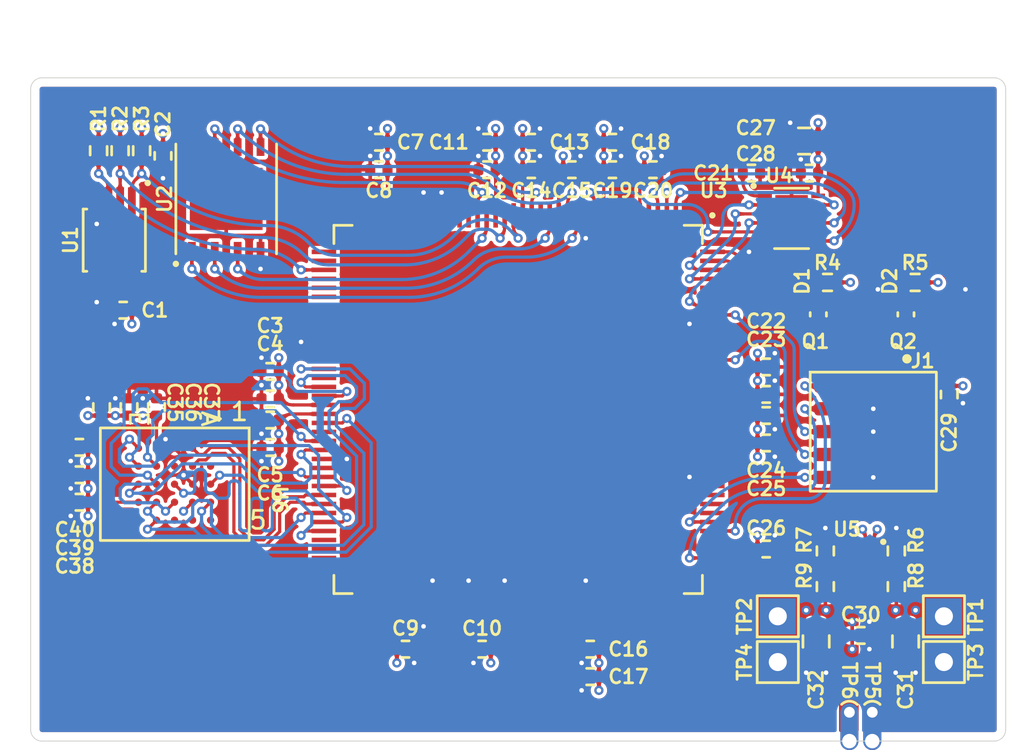
<source format=kicad_pcb>
(kicad_pcb (version 20241229) (generator "pcbnew") (generator_version "9.0")
  (layers (0 "F.Cu" signal) (4 "In1.Cu" signal) (6 "In2.Cu" signal) (2 "B.Cu" signal) (13 "F.Paste" user) (15 "B.Paste" user) (5 "F.SilkS" user "F.Silkscreen") (7 "B.SilkS" user "B.Silkscreen") (1 "F.Mask" user) (3 "B.Mask" user) (25 "Edge.Cuts" user))
  (net 0 "")
  (net 1 "GND")
  (net 2 "/1V8")
  (net 3 "/3V3")
  (net 4 "/1V1")
  (net 5 "Net-(D1-Pad2)")
  (net 6 "Net-(Q1-D)")
  (net 7 "Net-(D2-Pad2)")
  (net 8 "Net-(U4-CEXT)")
  (net 9 "Net-(U5-ADJ1)")
  (net 10 "Net-(U5-ADJ2)")
  (net 14 "/SPIXF_SDIO2")
  (net 17 "/CLK_P")
  (net 20 "/RWDS__P1.14")
  (net 27 "/CS1__P3.0")
  (net 30 "/ADT75_OS{slash}ALERT")
  (net 32 "/D1__P1.15")
  (net 39 "/SPIXF_SDIO3")
  (net 41 "/SPIXF_SCK")
  (net 48 "/D5__P1.16")
  (net 49 "/CS0__P1.11")
  (net 50 "/SPIXF_SS0")
  (net 68 "/D4__P1.13")
  (net 74 "/D0__P1.12")
  (net 75 "/D3__P1.20")
  (net 90 "/D6__P1.18")
  (net 97 "/SPIXF_SDIO0")
  (net 102 "/D2__P1.19")
  (net 103 "/I2C1_SCL")
  (net 107 "/D7__P1.21")
  (net 108 "/I2C1_SDA")
  (net 109 "/CLK_N")
  (net 111 "/TMS")
  (net 112 "/UART0_TX")
  (net 113 "/RSTN")
  (net 114 "/TCK")
  (net 115 "/UART0_RX")
  (net 118 "/RESET__P1.10")
  (net 119 "/MAXQ1065_WDI")
  (net 120 "/MAXQ1065_PDWN")
  (net 121 "/SPI0_SS0")
  (net 122 "/SPI0_SCK")
  (net 123 "/SPI0_MISO")
  (net 124 "/MAXQ1065_RDY")
  (net 125 "/SPI0_MOSI")
  (net 129 "Net-(Q2-D)")
  (net 130 "/SPIXF_SDIO1")
  (net 131 "/LED2")
  (net 132 "/LED1")
  (footprint "capacitor_footprints:C_0402_1005Metric" (layer "F.Cu") (at 158.055799 77.111093 180)
    (property "Reference" "C8")
    (property "Value" "10 nF")
  )
  (footprint "infineon_footprints:PG-BGA-24-801" (layer "F.Cu") (at 146.718576 94.574366 -90)
    (property "Reference" "U6")
    (property "Value" "S80KS5122GABHM020")
  )
  (footprint "capacitor_footprints:C_0402_1005Metric" (layer "F.Cu") (at 158.055799 75.587093 180)
    (property "Reference" "C7")
    (property "Value" "1 µF")
  )
  (footprint "capacitor_footprints:C_0402_1005Metric" (layer "F.Cu") (at 164.0558 75.587093 180)
    (property "Reference" "C11")
    (property "Value" "1 µF")
  )
  (footprint "macronix_footprints:WSON-8_6X5_MAC" (layer "F.Cu") (at 149.58568 78.73492 90)
    (property "Reference" "U2")
    (property "Value" "MX25U6432FZNI02")
  )
  (footprint "capacitor_footprints:C_0402_1005Metric" (layer "F.Cu") (at 141.439376 92.526366 180)
    (property "Reference" "C40")
    (property "Value" "100 nF")
  )
  (footprint "capacitor_footprints:C_0402_1005Metric" (layer "F.Cu") (at 171.015801 77.111093)
    (property "Reference" "C19")
    (property "Value" "1 µF")
  )
  (footprint "capacitor_footprints:C_0402_1005Metric" (layer "F.Cu") (at 166.5158 77.111093)
    (property "Reference" "C14")
    (property "Value" "10 nF")
  )
  (footprint "connector_footprints:FTSH-105-01-L-DV-K" (layer "F.Cu") (at 185.49122 91.65736 -90)
    (property "Reference" "J1")
    (property "Value" "FTSH-105-01-L-DV-K")
  )
  (footprint "test_point_footprints:TestPoint_THTPad_2.0x2.0mm_Drill1.0mm" (layer "F.Cu") (at 189.41034 104.44988 90)
    (property "Reference" "TP3")
    (property "Value" "TestPoint" (hide yes))
  )
  (footprint "capacitor_footprints:C_0402_1005Metric" (layer "F.Cu") (at 143.870932 84.91474 180)
    (property "Reference" "C1")
    (property "Value" "100 nF")
  )
  (footprint "capacitor_footprints:C_0402_1005Metric" (layer "F.Cu") (at 179.548733 88.063519)
    (property "Reference" "C22")
    (property "Value" "1 µF")
  )
  (footprint "test_point_footprints:TestPoint_THTPad_2.0x2.0mm_Drill1.0mm" (layer "F.Cu") (at 180.19268 104.44988 90)
    (property "Reference" "TP4")
    (property "Value" "TestPoint" (hide yes))
  )
  (footprint "capacitor_footprints:C_0402_1005Metric" (layer "F.Cu") (at 179.548733 89.587519)
    (property "Reference" "C23")
    (property "Value" "1 µF")
  )
  (footprint "resistor_footprints:R_0402_1005Metric" (layer "F.Cu") (at 186.77128 100.26143 90)
    (property "Reference" "R8")
    (property "Value" "28 kΩ")
  )
  (footprint "resistor_footprints:R_0402_1005Metric" (layer "F.Cu") (at 182.9509 83.37096 180)
    (property "Reference" "R4")
    (property "Value" "1 kΩ")
  )
  (footprint "capacitor_footprints:C_0402_1005Metric" (layer "F.Cu") (at 141.439376 94.050366 180)
    (property "Reference" "C39")
    (property "Value" "100 nF")
  )
  (footprint "capacitor_footprints:C_0402_1005Metric" (layer "F.Cu") (at 146.07794 76.34472 -90)
    (property "Reference" "C2")
    (property "Value" "100 nF")
  )
  (footprint "capacitor_footprints:C_0402_1005Metric" (layer "F.Cu") (at 184.800238 102.970151)
    (property "Reference" "C30")
    (property "Value" "1 µF")
  )
  (footprint "capacitor_footprints:C_0603_1608Metric" (layer "F.Cu") (at 187.28436 103.30615 -90)
    (property "Reference" "C31")
    (property "Value" "4.7 µF")
  )
  (footprint "capacitor_footprints:C_0402_1005Metric" (layer "F.Cu") (at 152.02278 91.01081 180)
    (property "Reference" "C5")
    (property "Value" "1 µF")
  )
  (footprint "transistor_footprints:SOT23-3" (layer "F.Cu") (at 189.60592 85.59546 90)
    (property "Reference" "Q2")
    (property "Value" "50 V")
  )
  (footprint "resistor_footprints:R_0402_1005Metric" (layer "F.Cu") (at 142.5067 76.057748 -90)
    (property "Reference" "R1")
    (property "Value" "10k")
  )
  (footprint "resistor_footprints:R_0402_1005Metric" (layer "F.Cu") (at 187.81246 83.37096 180)
    (property "Reference" "R5")
    (property "Value" "1 kΩ")
  )
  (footprint "capacitor_footprints:C_0402_1005Metric" (layer "F.Cu") (at 142.670576 90.286086 90)
    (property "Reference" "C35")
    (property "Value" "100 nF")
  )
  (footprint "resistor_footprints:R_0402_1005Metric" (layer "F.Cu") (at 182.83174 98.28003 90)
    (property "Reference" "R7")
    (property "Value" "44.2 kΩ")
  )
  (footprint "capacitor_footprints:C_0402_1005Metric" (layer "F.Cu") (at 159.5358 103.736288)
    (property "Reference" "C9")
    (property "Value" "10 nF")
  )
  (footprint "capacitor_footprints:C_0402_1005Metric" (layer "F.Cu") (at 166.5158 75.587093)
    (property "Reference" "C13")
    (property "Value" "1 µF")
  )
  (footprint "capacitor_footprints:C_0402_1005Metric" (layer "F.Cu") (at 145.718576 90.286086 90)
    (property "Reference" "C37")
    (property "Value" "1 µF")
  )
  (footprint "capacitor_footprints:C_0402_1005Metric" (layer "F.Cu") (at 163.785611 103.736288 180)
    (property "Reference" "C10")
    (property "Value" "1 µF")
  )
  (footprint "test_point_footprints:TestPoint_THTPad_Castelated" (layer "F.Cu") (at 185.435238 108.839 90)
    (property "Reference" "TP5")
    (property "Value" "TestPoint" (hide yes))
  )
  (footprint "test_point_footprints:TestPoint_THTPad_2.0x2.0mm_Drill1.0mm" (layer "F.Cu") (at 180.19268 101.90988 90)
    (property "Reference" "TP2")
    (property "Value" "TestPoint" (hide yes))
  )
  (footprint "capacitor_footprints:C_0402_1005Metric" (layer "F.Cu") (at 169.78582 105.260288 180)
    (property "Reference" "C17")
    (property "Value" "10 nF")
  )
  (footprint "capacitor_footprints:C_0402_1005Metric" (layer "F.Cu") (at 178.7303 77.299439)
    (property "Reference" "C21")
    (property "Value" "1 µF")
  )
  (footprint "capacitor_footprints:C_0402_1005Metric" (layer "F.Cu") (at 169.78582 103.736288 180)
    (property "Reference" "C16")
    (property "Value" "10 nF")
  )
  (footprint "capacitor_footprints:C_0402_1005Metric" (layer "F.Cu") (at 152.02278 92.53481 180)
    (property "Reference" "C6")
    (property "Value" "1 µF")
  )
  (footprint "capacitor_footprints:C_0402_1005Metric" (layer "F.Cu") (at 179.548733 92.28448)
    (property "Reference" "C25")
    (property "Value" "1 µF")
  )
  (footprint "diode_footprints:LED_GREEN_0402_1005Metric" (layer "F.Cu") (at 187.30246 85.14546 90)
    (property "Reference" "D2")
    (property "Value" "1.8 V")
  )
  (footprint "capacitor_footprints:C_0603_1608Metric" (layer "F.Cu") (at 181.6553 75.521439 180)
    (property "Reference" "C27")
    (property "Value" "4.7 µF")
  )
  (footprint "capacitor_footprints:C_0402_1005Metric" (layer "F.Cu") (at 173.264719 77.111093)
    (property "Reference" "C20")
    (property "Value" "0.1uF")
  )
  (footprint "resistor_footprints:R_0402_1005Metric" (layer "F.Cu") (at 186.770015 98.28003 90)
    (property "Reference" "R6")
    (property "Value" "23.2 kΩ")
  )
  (footprint "capacitor_footprints:C_0402_1005Metric" (layer "F.Cu") (at 144.194576 90.286086 90)
    (property "Reference" "C36")
    (property "Value" "100 nF")
  )
  (footprint "capacitor_footprints:C_0402_1005Metric" (layer "F.Cu") (at 171.015801 75.587093)
    (property "Reference" "C18")
    (property "Value" "1 µF")
  )
  (footprint "capacitor_footprints:C_0402_1005Metric" (layer "F.Cu") (at 181.9503 77.299439 180)
    (property "Reference" "C28")
    (property "Value" "100 nF")
  )
  (footprint "capacitor_footprints:C_0402_1005Metric" (layer "F.Cu") (at 164.0558 77.111093 180)
    (property "Reference" "C12")
    (property "Value" "10 nF")
  )
  (footprint "transistor_footprints:SOT23-3" (layer "F.Cu") (at 184.74436 85.59546 90)
    (property "Reference" "Q1")
    (property "Value" "50 V")
  )
  (footprint "diode_footprints:LED_GREEN_0402_1005Metric" (layer "F.Cu") (at 182.4409 85.14546 90)
    (property "Reference" "D1")
    (property "Value" "1.8 V")
  )
  (footprint "capacitor_footprints:C_0402_1005Metric" (layer "F.Cu") (at 141.439376 95.574366 180)
    (property "Reference" "C38")
    (property "Value" "1 µF")
  )
  (footprint "analog_devices_footprints:CP_8_10_ADI" (layer "F.Cu") (at 184.800238 99.32343 -90)
    (property "Reference" "U5")
    (property "Value" "ADP225ACPZ-R7")
  )
  (footprint "capacitor_footprints:C_0402_1005Metric" (layer "F.Cu") (at 189.70498 89.59736 -90)
    (property "Reference" "C29")
    (property "Value" "100 nF")
  )
  (footprint "capacitor_footprints:C_0402_1005Metric" (layer "F.Cu") (at 179.548733 98.174028)
    (property "Reference" "C26")
    (property "Value" "1 µF")
  )
  (footprint "resistor_footprints:R_0402_1005Metric" (layer "F.Cu") (at 144.8943 76.057748 -90)
    (property "Reference" "R3")
    (property "Value" "10k")
  )
  (footprint "capacitor_footprints:C_0603_1608Metric" (layer "F.Cu") (at 182.31866 103.30615 -90)
    (property "Reference" "C32")
    (property "Value" "4.7 µF")
  )
  (footprint "analog_devices_footprints:21-0087_C144&plus_1C_MXM" (layer "F.Cu") (at 165.7858 90.424 -90)
    (property "Reference" "U3")
    (property "Value" "MAX32650GCE+")
  )
  (footprint "capacitor_footprints:C_0402_1005Metric" (layer "F.Cu") (at 152.02278 88.31319 180)
    (property "Reference" "C3")
    (property "Value" "1 µF")
  )
  (footprint "analog_devices_footprints:RM_8_ADI" (layer "F.Cu") (at 143.375933 81.025448 -90)
    (property "Reference" "U1")
    (property "Value" "ADT75BRMZ")
  )
  (footprint "capacitor_footprints:C_0402_1005Metric" (layer "F.Cu") (at 152.02278 89.83719 180)
    (property "Reference" "C4")
    (property "Value" "10 nF")
  )
  (footprint "capacitor_footprints:C_0402_1005Metric" (layer "F.Cu") (at 168.765801 77.111093 180)
    (property "Reference" "C15")
    (property "Value" "1 µF")
  )
  (footprint "analog_devices_footprints:21-0664_TD1233&plus_1C_MXM" (layer "F.Cu") (at 180.95722 79.816259)
    (property "Reference" "U4")
    (property "Value" "MAXQ1065GTC+")
  )
  (footprint "capacitor_footprints:C_0402_1005Metric" (layer "F.Cu") (at 179.548733 90.76048)
    (property "Reference" "C24")
    (property "Value" "10 nF")
  )
  (footprint "test_point_footprints:TestPoint_THTPad_Castelated" (layer "F.Cu") (at 184.165238 108.839 90)
    (property "Reference" "TP6")
    (property "Value" "TestPoint" (hide yes))
  )
  (footprint "resistor_footprints:R_0402_1005Metric" (layer "F.Cu") (at 143.700934 76.057748 -90)
    (property "Reference" "R2")
    (property "Value" "10k")
  )
  (footprint "test_point_footprints:TestPoint_THTPad_2.0x2.0mm_Drill1.0mm" (layer "F.Cu") (at 189.41034 101.90988 90)
    (property "Reference" "TP1")
    (property "Value" "TestPoint" (hide yes))
  )
  (footprint "resistor_footprints:R_0402_1005Metric" (layer "F.Cu") (at 182.83174 100.26143 90)
    (property "Reference" "R9")
    (property "Value" "115 kΩ")
  )
  (gr_line (start 138.7348 108.204) (end 138.7348 72.644) (stroke (width 0.05)) (layer "Edge.Cuts"))
  (gr_arc (start 192.8368 108.204) (mid 192.650813 108.653013) (end 192.2018 108.839) (stroke (width 0.05)) (layer "Edge.Cuts"))
  (gr_line (start 192.8368 72.644) (end 192.8368 108.204) (stroke (width 0.05)) (layer "Edge.Cuts"))
  (gr_line (start 192.2018 108.839) (end 139.3698 108.839) (stroke (width 0.05)) (layer "Edge.Cuts"))
  (gr_arc (start 192.2018 72.009) (mid 192.650813 72.194987) (end 192.8368 72.644) (stroke (width 0.05)) (layer "Edge.Cuts"))
  (gr_arc (start 138.7348 72.644) (mid 138.920787 72.194987) (end 139.3698 72.009) (stroke (width 0.05)) (layer "Edge.Cuts"))
  (gr_line (start 139.3698 72.009) (end 192.2018 72.009) (stroke (width 0.05)) (layer "Edge.Cuts"))
  (gr_arc (start 139.3698 108.839) (mid 138.920787 108.653013) (end 138.7348 108.204) (stroke (width 0.05)) (layer "Edge.Cuts"))
  (via (at 141.908576 89.806086) (size 0.508) (drill 0.254) (layers "F.Cu" "B.Cu") (net 1))
  (via (at 144.956576 89.806086) (size 0.508) (drill 0.254) (layers "F.Cu" "B.Cu") (net 1))
  (via (at 171.495801 74.8284) (size 0.508) (drill 0.254) (layers "F.Cu" "B.Cu") (net 1))
  (via (at 169.5358 99.92995) (size 0.508) (drill 0.254) (layers "F.Cu" "B.Cu") (net 1))
  (via (at 151.54278 89.07519) (size 0.508) (drill 0.254) (layers "F.Cu" "B.Cu") (net 1))
  (via (at 163.5758 76.3524) (size 0.508) (drill 0.254) (layers "F.Cu" "B.Cu") (net 1))
  (via (at 190.60592 83.75646) (size 0.508) (drill 0.254) (layers "F.Cu" "B.Cu") (net 1))
  (via (at 180.028733 88.825519) (size 0.508) (drill 0.254) (layers "F.Cu" "B.Cu") (net 1))
  (via (at 182.83174 97.00803) (size 0.508) (drill 0.254) (layers "F.Cu" "B.Cu") (net 1))
  (via (at 185.274033 103.732151) (size 0.508) (drill 0.254) (layers "F.Cu" "B.Cu") (net 1))
  (via (at 175.29175 94.174) (size 0.508) (drill 0.254) (layers "F.Cu" "B.Cu") (net 1))
  (via (at 160.5358 102.46995) (size 0.508) (drill 0.254) (layers "F.Cu" "B.Cu") (net 1))
  (via (at 181.76646 105.04015) (size 0.508) (drill 0.254) (layers "F.Cu" "B.Cu") (net 1))
  (via (at 185.74436 83.75646) (size 0.508) (drill 0.254) (layers "F.Cu" "B.Cu") (net 1))
  (via (at 153.73985 86.674) (size 0.508) (drill 0.254) (layers "F.Cu" "B.Cu") (net 1))
  (via (at 143.390932 85.67674) (size 0.508) (drill 0.254) (layers "F.Cu" "B.Cu") (net 1))
  (via (at 151.54278 91.77281) (size 0.508) (drill 0.254) (layers "F.Cu" "B.Cu") (net 1))
  (via (at 161.535801 78.37805) (size 0.508) (drill 0.254) (layers "F.Cu" "B.Cu") (net 1))
  (via (at 157.575799 74.825093) (size 0.508) (drill 0.254) (layers "F.Cu" "B.Cu") (net 1))
  (via (at 181.4703 76.537439) (size 0.508) (drill 0.254) (layers "F.Cu" "B.Cu") (net 1))
  (via (at 169.5358 80.91805) (size 0.508) (drill 0.254) (layers "F.Cu" "B.Cu") (net 1))
  (via (at 146.218196 92.074746) (size 0.508) (drill 0.254) (layers "F.Cu" "B.Cu") (net 1))
  (via (at 185.274033 102.208151) (size 0.508) (drill 0.254) (layers "F.Cu" "B.Cu") (net 1))
  (via (at 190.46698 90.07736) (size 0.508) (drill 0.254) (layers "F.Cu" "B.Cu") (net 1))
  (via (at 142.400934 80.123748) (size 0.508) (drill 0.254) (layers "F.Cu" "B.Cu") (net 1))
  (via (at 163.5758 74.8284) (size 0.508) (drill 0.254) (layers "F.Cu" "B.Cu") (net 1))
  (via (at 165.035799 99.92995) (size 0.508) (drill 0.254) (layers "F.Cu" "B.Cu") (net 1))
  (via (at 178.59375 81.674) (size 0.508) (drill 0.254) (layers "F.Cu" "B.Cu") (net 1))
  (via (at 175.29175 85.673999) (size 0.508) (drill 0.254) (layers "F.Cu" "B.Cu") (net 1))
  (via (at 166.9958 74.8284) (size 0.508) (drill 0.254) (layers "F.Cu" "B.Cu") (net 1))
  (via (at 180.028733 93.04648) (size 0.508) (drill 0.254) (layers "F.Cu" "B.Cu") (net 1))
  (via (at 169.30582 106.022288) (size 0.508) (drill 0.254) (layers "F.Cu" "B.Cu") (net 1))
  (via (at 180.8803 74.505439) (size 0.508) (drill 0.254) (layers "F.Cu" "B.Cu") (net 1))
  (via (at 180.028733 97.412028) (size 0.508) (drill 0.254) (layers "F.Cu" "B.Cu") (net 1))
  (via (at 169.30582 104.498288) (size 0.508) (drill 0.254) (layers "F.Cu" "B.Cu") (net 1))
  (via (at 187.836559 105.04015) (size 0.508) (drill 0.254) (layers "F.Cu" "B.Cu") (net 1))
  (via (at 163.0358 99.92995) (size 0.508) (drill 0.254) (layers "F.Cu" "B.Cu") (net 1))
  (via (at 166.9958 76.3524) (size 0.508) (drill 0.254) (layers "F.Cu" "B.Cu") (net 1))
  (via (at 173.744719 76.3524) (size 0.508) (drill 0.254) (layers "F.Cu" "B.Cu") (net 1))
  (via (at 151.54278 87.55119) (size 0.508) (drill 0.254) (layers "F.Cu" "B.Cu") (net 1))
  (via (at 185.49122 94.19736) (size 0.508) (drill 0.254) (layers "F.Cu" "B.Cu") (net 1))
  (via (at 180.028733 87.301519) (size 0.508) (drill 0.254) (layers "F.Cu" "B.Cu") (net 1))
  (via (at 186.73216 105.04015) (size 0.508) (drill 0.254) (layers "F.Cu" "B.Cu") (net 1))
  (via (at 163.305611 104.498288) (size 0.508) (drill 0.254) (layers "F.Cu" "B.Cu") (net 1))
  (via (at 146.07794 77.58672) (size 0.508) (drill 0.254) (layers "F.Cu" "B.Cu") (net 1))
  (via (at 186.770015 97.00803) (size 0.508) (drill 0.254) (layers "F.Cu" "B.Cu") (net 1))
  (via (at 143.432576 89.806086) (size 0.508) (drill 0.254) (layers "F.Cu" "B.Cu") (net 1))
  (via (at 185.49122 91.65736) (size 0.508) (drill 0.254) (layers "F.Cu" "B.Cu") (net 1))
  (via (at 151.54278 93.29681) (size 0.508) (drill 0.254) (layers "F.Cu" "B.Cu") (net 1))
  (via (at 140.959376 94.812366) (size 0.508) (drill 0.254) (layers "F.Cu" "B.Cu") (net 1))
  (via (at 179.2103 76.537439) (size 0.508) (drill 0.254) (layers "F.Cu" "B.Cu") (net 1))
  (via (at 157.575799 76.349093) (size 0.508) (drill 0.254) (layers "F.Cu" "B.Cu") (net 1))
  (via (at 169.245801 76.3524) (size 0.508) (drill 0.254) (layers "F.Cu" "B.Cu") (net 1))
  (via (at 180.028733 91.52248) (size 0.508) (drill 0.254) (layers "F.Cu" "B.Cu") (net 1))
  (via (at 182.870859 105.04015) (size 0.508) (drill 0.254) (layers "F.Cu" "B.Cu") (net 1))
  (via (at 140.959376 96.336366) (size 0.508) (drill 0.254) (layers "F.Cu" "B.Cu") (net 1))
  (via (at 161.035799 99.92995) (size 0.508) (drill 0.254) (layers "F.Cu" "B.Cu") (net 1))
  (via (at 142.400934 84.467148) (size 0.508) (drill 0.254) (layers "F.Cu" "B.Cu") (net 1))
  (via (at 151.49068 82.62112) (size 0.508) (drill 0.254) (layers "F.Cu" "B.Cu") (net 1))
  (via (at 140.959376 93.288366) (size 0.508) (drill 0.254) (layers "F.Cu" "B.Cu") (net 1))
  (via (at 185.49122 90.38736) (size 0.508) (drill 0.254) (layers "F.Cu" "B.Cu") (net 1))
  (via (at 156.27985 93.174) (size 0.508) (drill 0.254) (layers "F.Cu" "B.Cu") (net 1))
  (via (at 160.5358 78.37805) (size 0.508) (drill 0.254) (layers "F.Cu" "B.Cu") (net 1))
  (via (at 160.0158 104.498288) (size 0.508) (drill 0.254) (layers "F.Cu" "B.Cu") (net 1))
  (via (at 171.495801 76.3524) (size 0.508) (drill 0.254) (layers "F.Cu" "B.Cu") (net 1))
  (via (at 147.218956 94.074746) (size 0.508) (drill 0.254) (layers "F.Cu" "B.Cu") (net 1))
  (segment (start 179.068733 93.04648) (end 179.068733 92.28448) (width 0.1778) (layer "F.Cu") (net 2))
  (segment (start 141.919376 94.812366) (end 141.919376 95.574366) (width 0.1778) (layer "F.Cu") (net 2))
  (segment (start 145.718576 90.766086) (end 144.956576 90.766086) (width 0.1778) (layer "F.Cu") (net 2))
  (segment (start 141.919376 94.050366) (end 141.919376 94.812366) (width 0.1778) (layer "F.Cu") (net 2))
  (segment (start 152.50278 93.29681) (end 152.50278 92.53481) (width 0.1778) (layer "F.Cu") (net 2))
  (segment (start 170.035799 101.19995) (end 170.035799 103.181042) (width 0.1778) (layer "F.Cu") (net 2))
  (segment (start 158.535799 75.587093) (end 158.535799 76.349093) (width 0.1778) (layer "F.Cu") (net 2))
  (segment (start 179.068705 98.174) (end 179.068733 98.174028) (width 0.1778) (layer "F.Cu") (net 2))
  (segment (start 141.919376 95.574366) (end 144.717816 95.574366) (width 0.1778) (layer "F.Cu") (net 2))
  (segment (start 187.35822 89.11736) (end 189.70498 89.11736) (width 0.1778) (layer "F.Cu") (net 2))
  (segment (start 152.50278 92.53481) (end 152.50278 91.77281) (width 0.1778) (layer "F.Cu") (net 2))
  (segment (start 147.68068 75.86472) (end 146.07794 75.86472) (width 0.1778) (layer "F.Cu") (net 2))
  (segment (start 142.670576 90.766086) (end 141.908576 90.766086) (width 0.1778) (layer "F.Cu") (net 2))
  (segment (start 170.26582 103.736288) (end 170.26582 104.498288) (width 0.1778) (layer "F.Cu") (net 2))
  (segment (start 164.5358 79.64805) (end 164.5358 77.111093) (width 0.1778) (layer "F.Cu") (net 2))
  (segment (start 147.718576 95.575126) (end 147.218196 96.075506) (width 0.1778) (layer "F.Cu") (net 2))
  (segment (start 170.26582 106.022288) (end 170.26582 105.260288) (width 0.1778) (layer "F.Cu") (net 2))
  (segment (start 164.5358 75.587093) (end 164.5358 76.349093) (width 0.1778) (layer "F.Cu") (net 2))
  (segment (start 141.919376 96.336366) (end 141.919376 95.574366) (width 0.1778) (layer "F.Cu") (net 2))
  (segment (start 164.5358 77.111093) (end 164.5358 76.349093) (width 0.1778) (layer "F.Cu") (net 2))
  (segment (start 179.068733 98.174028) (end 179.068733 97.412028) (width 0.1778) (layer "F.Cu") (net 2))
  (segment (start 176.56175 98.174) (end 179.068705 98.174) (width 0.1778) (layer "F.Cu") (net 2))
  (segment (start 144.956576 90.766086) (end 144.194576 90.766086) (width 0.1778) (layer "F.Cu") (net 2))
  (segment (start 158.535799 75.587093) (end 158.535799 74.825093) (width 0.1778) (layer "F.Cu") (net 2))
  (segment (start 179.068733 92.28448) (end 179.068733 91.52248) (width 0.1778) (layer "F.Cu") (net 2))
  (segment (start 178.982253 90.674) (end 179.068733 90.76048) (width 0.1778) (layer "F.Cu") (net 2))
  (segment (start 189.70498 89.11736) (end 190.46698 89.11736) (width 0.1778) (layer "F.Cu") (net 2))
  (segment (start 155.00985 90.674) (end 153.315872 90.674) (width 0.1778) (layer "F.Cu") (net 2))
  (segment (start 152.50278 91.77281) (end 152.50278 91.01081) (width 0.1778) (layer "F.Cu") (net 2))
  (segment (start 144.717816 95.574366) (end 144.718576 95.575126) (width 0.1778) (layer "F.Cu") (net 2))
  (segment (start 141.919376 92.526366) (end 141.919376 93.288366) (width 0.1778) (layer "F.Cu") (net 2))
  (segment (start 179.068733 90.76048) (end 179.068733 91.52248) (width 0.1778) (layer "F.Cu") (net 2))
  (segment (start 158.535799 77.111093) (end 158.535799 76.349093) (width 0.1778) (layer "F.Cu") (net 2))
  (segment (start 141.919376 93.288366) (end 141.919376 94.050366) (width 0.1778) (layer "F.Cu") (net 2))
  (segment (start 158.535799 79.64805) (end 158.535799 77.111093) (width 0.1778) (layer "F.Cu") (net 2))
  (segment (start 144.194576 90.766086) (end 143.432576 90.766086) (width 0.1778) (layer "F.Cu") (net 2))
  (segment (start 146.07794 75.10272) (end 146.07794 75.86472) (width 0.1778) (layer "F.Cu") (net 2))
  (segment (start 145.718576 90.766086) (end 145.718576 92.575126) (width 0.1778) (layer "F.Cu") (net 2))
  (segment (start 143.432576 90.766086) (end 142.670576 90.766086) (width 0.1778) (layer "F.Cu") (net 2))
  (segment (start 164.5358 75.587093) (end 164.5358 74.825093) (width 0.1778) (layer "F.Cu") (net 2))
  (segment (start 176.56175 90.674) (end 178.982253 90.674) (width 0.1778) (layer "F.Cu") (net 2))
  (segment (start 170.26582 105.260288) (end 170.26582 104.498288) (width 0.1778) (layer "F.Cu") (net 2))
  (via (at 170.26582 104.498288) (size 0.508) (drill 0.254) (layers "F.Cu" "B.Cu") (net 2))
  (via (at 141.919376 96.336366) (size 0.508) (drill 0.254) (layers "F.Cu" "B.Cu") (net 2))
  (via (at 164.5358 74.825093) (size 0.508) (drill 0.254) (layers "F.Cu" "B.Cu") (net 2))
  (via (at 158.535799 74.825093) (size 0.508) (drill 0.254) (layers "F.Cu" "B.Cu") (net 2))
  (via (at 141.919376 93.288366) (size 0.508) (drill 0.254) (layers "F.Cu" "B.Cu") (net 2))
  (via (at 152.50278 93.29681) (size 0.508) (drill 0.254) (layers "F.Cu" "B.Cu") (net 2))
  (via (at 164.5358 76.349093) (size 0.508) (drill 0.254) (layers "F.Cu" "B.Cu") (net 2))
  (via (at 179.068733 91.52248) (size 0.508) (drill 0.254) (layers "F.Cu" "B.Cu") (net 2))
  (via (at 179.068733 97.412028) (size 0.508) (drill 0.254) (layers "F.Cu" "B.Cu") (net 2))
  (via (at 190.46698 89.11736) (size 0.508) (drill 0.254) (layers "F.Cu" "B.Cu") (net 2))
  (via (at 179.068733 93.04648) (size 0.508) (drill 0.254) (layers "F.Cu" "B.Cu") (net 2))
  (via (at 141.919376 94.812366) (size 0.508) (drill 0.254) (layers "F.Cu" "B.Cu") (net 2))
  (via (at 152.50278 91.77281) (size 0.508) (drill 0.254) (layers "F.Cu" "B.Cu") (net 2))
  (via (at 143.432576 90.766086) (size 0.508) (drill 0.254) (layers "F.Cu" "B.Cu") (net 2))
  (via (at 181.76646 101.57215) (size 0.508) (drill 0.254) (layers "F.Cu" "B.Cu") (net 2))
  (via (at 158.535799 76.349093) (size 0.508) (drill 0.254) (layers "F.Cu" "B.Cu") (net 2))
  (via (at 170.26582 106.022288) (size 0.508) (drill 0.254) (layers "F.Cu" "B.Cu") (net 2))
  (via (at 182.870859 101.57215) (size 0.508) (drill 0.254) (layers "F.Cu" "B.Cu") (net 2))
  (via (at 141.908576 90.766086) (size 0.508) (drill 0.254) (layers "F.Cu" "B.Cu") (net 2))
  (via (at 147.218196 96.075506) (size 0.508) (drill 0.254) (layers "F.Cu" "B.Cu") (net 2))
  (via (at 146.07794 75.10272) (size 0.508) (drill 0.254) (layers "F.Cu" "B.Cu") (net 2))
  (via (at 144.956576 90.766086) (size 0.508) (drill 0.254) (layers "F.Cu" "B.Cu") (net 2))
  (arc (start 153.315872 90.674) (mid 152.875845 90.761527) (end 152.50278 91.01081) (width 0.1778) (layer "F.Cu") (net 2))
  (arc (start 170.26582 103.736288) (mid 170.095566 103.48151) (end 170.035799 103.181042) (width 0.1778) (layer "F.Cu") (net 2))
  (segment (start 170.535801 75.587093) (end 170.535801 74.825093) (width 0.1778) (layer "F.Cu") (net 3))
  (segment (start 144.350932 83.197148) (end 144.350932 84.91474) (width 0.1778) (layer "F.Cu") (net 3))
  (segment (start 188.32246 83.37096) (end 189.08446 83.37096) (width 0.1778) (layer "F.Cu") (net 3))
  (segment (start 170.535801 77.111093) (end 170.535801 76.349093) (width 0.1778) (layer "F.Cu") (net 3))
  (segment (start 179.068733 88.825519) (end 179.068733 88.063519) (width 0.1778) (layer "F.Cu") (net 3))
  (segment (start 179.068733 89.587519) (end 179.068733 88.825519) (width 0.1778) (layer "F.Cu") (net 3))
  (segment (start 166.0358 75.587093) (end 166.0358 74.825093) (width 0.1778) (layer "F.Cu") (net 3))
  (segment (start 142.5067 75.547748) (end 142.5067 74.784748) (width 0.1778) (layer "F.Cu") (net 3))
  (segment (start 182.43042 78.566259) (end 182.43042 77.299559) (width 0.1778) (layer "F.Cu") (net 3))
  (segment (start 144.350932 85.67674) (end 144.350932 84.91474) (width 0.1778) (layer "F.Cu") (net 3))
  (segment (start 152.50278 88.31319) (end 152.50278 87.55119) (width 0.1778) (layer "F.Cu") (net 3))
  (segment (start 144.8943 75.547748) (end 144.8943 74.784748) (width 0.1778) (layer "F.Cu") (net 3))
  (segment (start 158.535799 101.19995) (end 158.535799 102.480933) (width 0.1778) (layer "F.Cu") (net 3))
  (segment (start 179.068733 88.063519) (end 179.068733 87.301519) (width 0.1778) (layer "F.Cu") (net 3))
  (segment (start 182.4303 78.566139) (end 182.43042 78.566259) (width 0.1778) (layer "F.Cu") (net 3))
  (segment (start 178.982253 89.673999) (end 179.068733 89.587519) (width 0.1778) (layer "F.Cu") (net 3))
  (segment (start 143.700934 75.547748) (end 143.700934 74.785748) (width 0.1778) (layer "F.Cu") (net 3))
  (segment (start 155.00985 90.174) (end 153.315861 90.174) (width 0.1778) (layer "F.Cu") (net 3))
  (segment (start 170.535801 79.64805) (end 170.535801 77.111093) (width 0.1778) (layer "F.Cu") (net 3))
  (segment (start 152.50278 88.31319) (end 152.50278 89.07519) (width 0.1778) (layer "F.Cu") (net 3))
  (segment (start 182.4303 77.299439) (end 182.4303 76.537439) (width 0.1778) (layer "F.Cu") (net 3))
  (segment (start 182.43042 77.299559) (end 182.4303 77.299439) (width 0.1778) (layer "F.Cu") (net 3))
  (segment (start 185.550239 98.34603) (end 185.550239 97.44875) (width 0.1778) (layer "F.Cu") (net 3))
  (segment (start 152.50278 89.83719) (end 152.50278 89.07519) (width 0.1778) (layer "F.Cu") (net 3))
  (segment (start 183.4609 83.37096) (end 184.2229 83.37096) (width 0.1778) (layer "F.Cu") (net 3))
  (segment (start 182.4303 75.521439) (end 182.4303 74.505439) (width 0.1778) (layer "F.Cu") (net 3))
  (segment (start 166.0358 75.587093) (end 166.0358 76.349093) (width 0.1778) (layer "F.Cu") (net 3))
  (segment (start 170.535801 76.349093) (end 170.535801 75.587093) (width 0.1778) (layer "F.Cu") (net 3))
  (segment (start 166.0358 79.64805) (end 166.0358 77.111093) (width 0.1778) (layer "F.Cu") (net 3))
  (segment (start 176.56175 89.673999) (end 178.982253 89.673999) (width 0.1778) (layer "F.Cu") (net 3))
  (segment (start 166.0358 77.111093) (end 166.0358 76.349093) (width 0.1778) (layer "F.Cu") (net 3))
  (segment (start 182.4303 75.521439) (end 182.4303 76.537439) (width 0.1778) (layer "F.Cu") (net 3))
  (segment (start 185.050238 98.34603) (end 185.050238 97.448743) (width 0.1778) (layer "F.Cu") (net 3))
  (segment (start 159.0558 104.498288) (end 159.0558 103.736288) (width 0.1778) (layer "F.Cu") (net 3))
  (via (at 182.4303 76.537439) (size 0.508) (drill 0.254) (layers "F.Cu" "B.Cu") (net 3))
  (via (at 184.895837 97.07603) (size 0.508) (drill 0.254) (layers "F.Cu" "B.Cu") (net 3))
  (via (at 185.704639 97.07603) (size 0.508) (drill 0.254) (layers "F.Cu" "B.Cu") (net 3))
  (via (at 170.535801 76.349093) (size 0.508) (drill 0.254) (layers "F.Cu" "B.Cu") (net 3))
  (via (at 182.4303 74.505439) (size 0.508) (drill 0.254) (layers "F.Cu" "B.Cu") (net 3))
  (via (at 152.50278 89.07519) (size 0.508) (drill 0.254) (layers "F.Cu" "B.Cu") (net 3))
  (via (at 144.8943 74.784748) (size 0.508) (drill 0.254) (layers "F.Cu" "B.Cu") (net 3))
  (via (at 144.350932 85.67674) (size 0.508) (drill 0.254) (layers "F.Cu" "B.Cu") (net 3))
  (via (at 143.700934 74.785748) (size 0.508) (drill 0.254) (layers "F.Cu" "B.Cu") (net 3))
  (via (at 179.068733 87.301519) (size 0.508) (drill 0.254) (layers "F.Cu" "B.Cu") (net 3))
  (via (at 179.068733 88.825519) (size 0.508) (drill 0.254) (layers "F.Cu" "B.Cu") (net 3))
  (via (at 166.0358 76.349093) (size 0.508) (drill 0.254) (layers "F.Cu" "B.Cu") (net 3))
  (via (at 184.2229 83.37096) (size 0.508) (drill 0.254) (layers "F.Cu" "B.Cu") (net 3))
  (via (at 152.50278 87.55119) (size 0.508) (drill 0.254) (layers "F.Cu" "B.Cu") (net 3))
  (via (at 142.5067 74.784748) (size 0.508) (drill 0.254) (layers "F.Cu" "B.Cu") (net 3))
  (via (at 189.08446 83.37096) (size 0.508) (drill 0.254) (layers "F.Cu" "B.Cu") (net 3))
  (via (at 166.0358 74.825093) (size 0.508) (drill 0.254) (layers "F.Cu" "B.Cu") (net 3))
  (via (at 184.320238 102.208151) (size 0.508) (drill 0.254) (layers "F.Cu" "B.Cu") (net 3))
  (via (at 170.535801 74.825093) (size 0.508) (drill 0.254) (layers "F.Cu" "B.Cu") (net 3))
  (via (at 159.0558 104.498288) (size 0.508) (drill 0.254) (layers "F.Cu" "B.Cu") (net 3))
  (via (at 184.320238 103.732151) (size 0.508) (drill 0.254) (layers "F.Cu" "B.Cu") (net 3))
  (arc (start 159.0558 103.736288) (mid 158.670936 103.160312) (end 158.535799 102.480933) (width 0.1778) (layer "F.Cu") (net 3))
  (arc (start 185.704639 97.07603) (mid 185.59036 97.247049) (end 185.550239 97.44875) (width 0.1778) (layer "F.Cu") (net 3))
  (arc (start 152.50278 89.83719) (mid 152.875844 90.086475) (end 153.315861 90.174) (width 0.1778) (layer "F.Cu") (net 3))
  (arc (start 185.050238 97.448743) (mid 185.010119 97.247049) (end 184.895837 97.07603) (width 0.1778) (layer "F.Cu") (net 3))
  (segment (start 164.5358 101.19995) (end 164.5358 103.084088) (width 0.1778) (layer "F.Cu") (net 4))
  (segment (start 172.535799 79.64805) (end 172.535799 77.712068) (width 0.1778) (layer "F.Cu") (net 4))
  (segment (start 172.784719 77.111093) (end 172.784719 76.349093) (width 0.1778) (layer "F.Cu") (net 4))
  (segment (start 168.035801 79.64805) (end 168.035801 77.71459) (width 0.1778) (layer "F.Cu") (net 4))
  (segment (start 168.285801 77.111093) (end 168.285801 76.349093) (width 0.1778) (layer "F.Cu") (net 4))
  (segment (start 164.265611 104.498288) (end 164.265611 103.736288) (width 0.1778) (layer "F.Cu") (net 4))
  (via (at 186.73216 101.57215) (size 0.508) (drill 0.254) (layers "F.Cu" "B.Cu") (net 4))
  (via (at 187.836559 101.57215) (size 0.508) (drill 0.254) (layers "F.Cu" "B.Cu") (net 4))
  (via (at 172.784719 76.349093) (size 0.508) (drill 0.254) (layers "F.Cu" "B.Cu") (net 4))
  (via (at 164.265611 104.498288) (size 0.508) (drill 0.254) (layers "F.Cu" "B.Cu") (net 4))
  (via (at 168.285801 76.349093) (size 0.508) (drill 0.254) (layers "F.Cu" "B.Cu") (net 4))
  (arc (start 172.535799 77.712068) (mid 172.600496 77.386813) (end 172.784719 77.111093) (width 0.1778) (layer "F.Cu") (net 4))
  (arc (start 168.035801 77.71459) (mid 168.100764 77.388001) (end 168.285801 77.111093) (width 0.1778) (layer "F.Cu") (net 4))
  (arc (start 164.265611 103.736288) (mid 164.465597 103.43702) (end 164.5358 103.084088) (width 0.1778) (layer "F.Cu") (net 4))
  (segment (start 182.4409 83.37096) (end 182.4409 84.69546) (width 0.1778) (layer "F.Cu") (net 5))
  (segment (start 183.74436 85.59546) (end 182.4409 85.59546) (width 0.1778) (layer "F.Cu") (net 6))
  (segment (start 187.30246 83.37096) (end 187.30246 84.69546) (width 0.1778) (layer "F.Cu") (net 7))
  (segment (start 179.48402 78.566259) (end 178.987645 78.566259) (width 0.1778) (layer "F.Cu") (net 8))
  (segment (start 178.2503 77.299439) (end 178.2503 77.765935) (width 0.1778) (layer "F.Cu") (net 8))
  (arc (start 178.2503 77.765935) (mid 178.314609 78.089241) (end 178.497764 78.363344) (width 0.1778) (layer "F.Cu") (net 8))
  (arc (start 178.987645 78.566259) (mid 178.722523 78.513523) (end 178.497764 78.363344) (width 0.1778) (layer "F.Cu") (net 8))
  (segment (start 186.653175 99.750165) (end 186.65444 99.75143) (width 0.1778) (layer "F.Cu") (net 9))
  (segment (start 186.770015 98.79003) (end 186.770015 99.750165) (width 0.1778) (layer "F.Cu") (net 9))
  (segment (start 186.69674 99.82597) (end 186.77128 99.75143) (width 0.1778) (layer "F.Cu") (net 9))
  (arc (start 186.69674 99.82597) (mid 186.17076 100.177418) (end 185.550239 100.30083) (width 0.1778) (layer "F.Cu") (net 9))
  (segment (start 182.83174 99.75143) (end 182.83174 98.79003) (width 0.1778) (layer "F.Cu") (net 10))
  (segment (start 184.050237 98.34603) (end 183.903606 98.34603) (width 0.1778) (layer "F.Cu") (net 10))
  (arc (start 183.903606 98.34603) (mid 183.323533 98.461414) (end 182.83174 98.79003) (width 0.1778) (layer "F.Cu") (net 10))
  (segment (start 150.22068 81.60512) (end 150.22068 82.62112) (width 0.1778) (layer "F.Cu") (net 14))
  (segment (start 164.035801 79.64805) (end 164.035801 80.314062) (width 0.1778) (layer "F.Cu") (net 14))
  (via (at 163.785611 80.91805) (size 0.508) (drill 0.254) (layers "F.Cu" "B.Cu") (net 14))
  (via (at 150.22068 82.62112) (size 0.508) (drill 0.254) (layers "F.Cu" "B.Cu") (net 14))
  (arc (start 163.785611 80.91805) (mid 163.970784 80.640928) (end 164.035801 80.314062) (width 0.1778) (layer "F.Cu") (net 14))
  (segment (start 159.313194 83.2104) (end 151.643302 83.2104) (width 0.1778) (layer "B.Cu") (net 14))
  (segment (start 163.785611 80.91805) (end 163.034834 81.668835) (width 0.1778) (layer "B.Cu") (net 14))
  (arc (start 163.034834 81.668835) (mid 161.327333 82.80976) (end 159.313194 83.2104) (width 0.1778) (layer "B.Cu") (net 14))
  (arc (start 151.643302 83.2104) (mid 150.873395 83.057256) (end 150.22068 82.62112) (width 0.1778) (layer "B.Cu") (net 14))
  (segment (start 152.5524 97.2058) (end 151.7904 97.9678) (width 0.1778) (layer "F.Cu") (net 17))
  (segment (start 150.0124 93.345) (end 149.5298 92.8624) (width 0.1778) (layer "F.Cu") (net 17))
  (segment (start 155.00985 95.674) (end 153.990674 95.674) (width 0.1778) (layer "F.Cu") (net 17))
  (segment (start 148.825846 92.8624) (end 148.460719 93.227527) (width 0.1778) (layer "F.Cu") (net 17))
  (segment (start 149.5298 92.8624) (end 148.825846 92.8624) (width 0.1778) (layer "F.Cu") (net 17))
  (segment (start 152.5524 96.1644) (end 152.5524 97.2058) (width 0.1778) (layer "F.Cu") (net 17))
  (segment (start 153.893074 95.5764) (end 153.1404 95.5764) (width 0.1778) (layer "F.Cu") (net 17))
  (segment (start 148.066175 93.227527) (end 147.718576 93.575126) (width 0.1778) (layer "F.Cu") (net 17))
  (segment (start 151.7904 97.9678) (end 150.749 97.9678) (width 0.1778) (layer "F.Cu") (net 17))
  (segment (start 150.0124 97.2312) (end 150.0124 93.345) (width 0.1778) (layer "F.Cu") (net 17))
  (segment (start 153.1404 95.5764) (end 152.5524 96.1644) (width 0.1778) (layer "F.Cu") (net 17))
  (segment (start 153.990674 95.674) (end 153.893074 95.5764) (width 0.1778) (layer "F.Cu") (net 17))
  (segment (start 148.460719 93.227527) (end 148.066175 93.227527) (width 0.1778) (layer "F.Cu") (net 17))
  (segment (start 150.749 97.9678) (end 150.0124 97.2312) (width 0.1778) (layer "F.Cu") (net 17))
  (segment (start 155.00985 97.173999) (end 153.99004 97.173999) (width 0.1778) (layer "F.Cu") (net 20))
  (segment (start 153.99004 97.173999) (end 153.73985 97.424189) (width 0.1778) (layer "F.Cu") (net 20))
  (segment (start 146.718576 94.575126) (end 147.218956 95.075506) (width 0.1778) (layer "F.Cu") (net 20))
  (via (at 153.73985 97.424189) (size 0.508) (drill 0.254) (layers "F.Cu" "B.Cu") (net 20))
  (via (at 147.218956 95.075506) (size 0.508) (drill 0.254) (layers "F.Cu" "B.Cu") (net 20))
  (segment (start 148.847306 95.075506) (end 148.921853 95.150053) (width 0.1778) (layer "B.Cu") (net 20))
  (segment (start 151.5444 95.5916) (end 151.5444 96.9216) (width 0.1778) (layer "B.Cu") (net 20))
  (segment (start 152.3844 95.3516) (end 152.5044 95.3516) (width 0.1778) (layer "B.Cu") (net 20))
  (segment (start 149.9844 94.3916) (end 150.1044 94.3916) (width 0.1778) (layer "B.Cu") (net 20))
  (segment (start 150.3444 95.5916) (end 150.3444 96.9216) (width 0.1778) (layer "B.Cu") (net 20))
  (segment (start 148.0794 93.755506) (end 148.1994 93.755506) (width 0.1778) (layer "B.Cu") (net 20))
  (segment (start 148.4394 93.995506) (end 148.4394 94.835506) (width 0.1778) (layer "B.Cu") (net 20))
  (segment (start 150.3444 95.1116) (end 150.3444 95.5916) (width 0.1778) (layer "B.Cu") (net 20))
  (segment (start 150.3444 94.6316) (end 150.3444 95.1116) (width 0.1778) (layer "B.Cu") (net 20))
  (segment (start 149.1234 95.3516) (end 149.5044 95.3516) (width 0.1778) (layer "B.Cu") (net 20))
  (segment (start 152.5044 95.3516) (end 153.2636 95.3516) (width 0.1778) (layer "B.Cu") (net 20))
  (segment (start 153.2636 95.3516) (end 153.4668 95.3516) (width 0.1778) (layer "B.Cu") (net 20))
  (segment (start 151.1844 95.3516) (end 151.3044 95.3516) (width 0.1778) (layer "B.Cu") (net 20))
  (segment (start 150.9444 96.9216) (end 150.9444 95.5916) (width 0.1778) (layer "B.Cu") (net 20))
  (segment (start 147.8394 94.835506) (end 147.8394 93.995506) (width 0.1778) (layer "B.Cu") (net 20))
  (segment (start 148.921853 95.150053) (end 149.1234 95.3516) (width 0.1778) (layer "B.Cu") (net 20))
  (segment (start 151.7844 97.1616) (end 151.9044 97.1616) (width 0.1778) (layer "B.Cu") (net 20))
  (segment (start 149.7444 95.1116) (end 149.7444 94.6316) (width 0.1778) (layer "B.Cu") (net 20))
  (segment (start 150.5844 97.1616) (end 150.7044 97.1616) (width 0.1778) (layer "B.Cu") (net 20))
  (segment (start 153.4668 95.3516) (end 154.3304 96.2152) (width 0.1778) (layer "B.Cu") (net 20))
  (segment (start 148.7994 95.075506) (end 148.847306 95.075506) (width 0.1778) (layer "B.Cu") (net 20))
  (segment (start 154.3304 96.833639) (end 153.73985 97.424189) (width 0.1778) (layer "B.Cu") (net 20))
  (segment (start 148.6794 95.075506) (end 148.7994 95.075506) (width 0.1778) (layer "B.Cu") (net 20))
  (segment (start 147.218956 95.075506) (end 147.5994 95.075506) (width 0.1778) (layer "B.Cu") (net 20))
  (segment (start 152.1444 96.9216) (end 152.1444 95.5916) (width 0.1778) (layer "B.Cu") (net 20))
  (segment (start 154.3304 96.2152) (end 154.3304 96.833639) (width 0.1778) (layer "B.Cu") (net 20))
  (arc (start 150.9444 95.5916) (mid 151.014694 95.421894) (end 151.1844 95.3516) (width 0.1778) (layer "B.Cu") (net 20))
  (arc (start 151.9044 97.1616) (mid 152.074106 97.091306) (end 152.1444 96.9216) (width 0.1778) (layer "B.Cu") (net 20))
  (arc (start 148.4394 94.835506) (mid 148.509694 95.005212) (end 148.6794 95.075506) (width 0.1778) (layer "B.Cu") (net 20))
  (arc (start 147.8394 93.995506) (mid 147.909694 93.8258) (end 148.0794 93.755506) (width 0.1778) (layer "B.Cu") (net 20))
  (arc (start 150.3444 96.9216) (mid 150.414694 97.091306) (end 150.5844 97.1616) (width 0.1778) (layer "B.Cu") (net 20))
  (arc (start 151.5444 96.9216) (mid 151.614694 97.091306) (end 151.7844 97.1616) (width 0.1778) (layer "B.Cu") (net 20))
  (arc (start 148.1994 93.755506) (mid 148.369106 93.8258) (end 148.4394 93.995506) (width 0.1778) (layer "B.Cu") (net 20))
  (arc (start 149.7444 94.6316) (mid 149.814694 94.461894) (end 149.9844 94.3916) (width 0.1778) (layer "B.Cu") (net 20))
  (arc (start 147.5994 95.075506) (mid 147.769106 95.005212) (end 147.8394 94.835506) (width 0.1778) (layer "B.Cu") (net 20))
  (arc (start 150.7044 97.1616) (mid 150.874106 97.091306) (end 150.9444 96.9216) (width 0.1778) (layer "B.Cu") (net 20))
  (arc (start 152.1444 95.5916) (mid 152.214694 95.421894) (end 152.3844 95.3516) (width 0.1778) (layer "B.Cu") (net 20))
  (arc (start 151.3044 95.3516) (mid 151.474106 95.421894) (end 151.5444 95.5916) (width 0.1778) (layer "B.Cu") (net 20))
  (arc (start 150.1044 94.3916) (mid 150.274106 94.461894) (end 150.3444 94.6316) (width 0.1778) (layer "B.Cu") (net 20))
  (arc (start 149.5044 95.3516) (mid 149.674106 95.281306) (end 149.7444 95.1116) (width 0.1778) (layer "B.Cu") (net 20))
  (segment (start 155.00985 82.674) (end 153.73985 82.674) (width 0.1778) (layer "F.Cu") (net 30))
  (segment (start 142.5067 76.567748) (end 142.5067 77.329748) (width 0.1778) (layer "F.Cu") (net 30))
  (segment (start 142.5067 77.329748) (end 142.875172 77.698211) (width 0.1778) (layer "F.Cu") (net 30))
  (segment (start 143.050932 78.853748) (end 143.050932 78.122526) (width 0.1778) (layer "F.Cu") (net 30))
  (via (at 153.73985 82.674) (size 0.508) (drill 0.254) (layers "F.Cu" "B.Cu") (net 30))
  (via (at 142.5067 77.329748) (size 0.508) (drill 0.254) (layers "F.Cu" "B.Cu") (net 30))
  (arc (start 143.050932 78.122526) (mid 143.005253 77.892888) (end 142.875172 77.698211) (width 0.1778) (layer "F.Cu") (net 30))
  (segment (start 142.5067 77.329748) (end 143.49447 78.317518) (width 0.1778) (layer "B.Cu") (net 30))
  (segment (start 153.73985 82.674) (end 153.547438 82.481577) (width 0.1778) (layer "B.Cu") (net 30))
  (arc (start 153.547438 82.481577) (mid 152.497901 81.780268) (end 151.259872 81.534) (width 0.1778) (layer "B.Cu") (net 30))
  (arc (start 143.49447 78.317518) (mid 147.057208 80.698064) (end 151.259872 81.534) (width 0.1778) (layer "B.Cu") (net 30))
  (segment (start 155.00985 92.173999) (end 153.99004 92.173999) (width 0.1778) (layer "F.Cu") (net 32))
  (segment (start 145.718576 93.575126) (end 145.218196 93.074746) (width 0.1778) (layer "F.Cu") (net 32))
  (segment (start 153.99004 92.173999) (end 153.73985 91.923809) (width 0.1778) (layer "F.Cu") (net 32))
  (via (at 145.218196 93.074746) (size 0.508) (drill 0.254) (layers "F.Cu" "B.Cu") (net 32))
  (via (at 153.73985 91.923809) (size 0.508) (drill 0.254) (layers "F.Cu" "B.Cu") (net 32))
  (segment (start 148.447231 91.595031) (end 148.447231 90.7402) (width 0.1778) (layer "B.Cu") (net 32))
  (segment (start 146.647231 90.7402) (end 146.647231 91.595031) (width 0.1778) (layer "B.Cu") (net 32))
  (segment (start 148.687231 90.5002) (end 148.807231 90.5002) (width 0.1778) (layer "B.Cu") (net 32))
  (segment (start 152.273 90.5002) (end 152.316241 90.5002) (width 0.1778) (layer "B.Cu") (net 32))
  (segment (start 146.05 90.5002) (end 146.407231 90.5002) (width 0.1778) (layer "B.Cu") (net 32))
  (segment (start 145.218196 92.119404) (end 145.5166 91.821) (width 0.1778) (layer "B.Cu") (net 32))
  (segment (start 147.247231 91.595031) (end 147.247231 90.7402) (width 0.1778) (layer "B.Cu") (net 32))
  (segment (start 151.207231 90.5002) (end 152.273 90.5002) (width 0.1778) (layer "B.Cu") (net 32))
  (segment (start 147.847231 90.7402) (end 147.847231 91.595031) (width 0.1778) (layer "B.Cu") (net 32))
  (segment (start 145.5166 91.821) (end 145.5166 91.0336) (width 0.1778) (layer "B.Cu") (net 32))
  (segment (start 150.847231 91.595044) (end 150.847231 90.7402) (width 0.1778) (layer "B.Cu") (net 32))
  (segment (start 149.647231 91.59504) (end 149.647231 90.7402) (width 0.1778) (layer "B.Cu") (net 32))
  (segment (start 149.287231 91.83504) (end 149.407231 91.83504) (width 0.1778) (layer "B.Cu") (net 32))
  (segment (start 148.087231 91.835031) (end 148.207231 91.835031) (width 0.1778) (layer "B.Cu") (net 32))
  (segment (start 146.887231 91.835031) (end 147.007231 91.835031) (width 0.1778) (layer "B.Cu") (net 32))
  (segment (start 152.316241 90.5002) (end 153.73985 91.923809) (width 0.1778) (layer "B.Cu") (net 32))
  (segment (start 150.487231 91.835044) (end 150.607231 91.835044) (width 0.1778) (layer "B.Cu") (net 32))
  (segment (start 149.887231 90.5002) (end 150.007231 90.5002) (width 0.1778) (layer "B.Cu") (net 32))
  (segment (start 149.047231 90.7402) (end 149.047231 91.59504) (width 0.1778) (layer "B.Cu") (net 32))
  (segment (start 150.247231 90.7402) (end 150.247231 91.595044) (width 0.1778) (layer "B.Cu") (net 32))
  (segment (start 151.087231 90.5002) (end 151.207231 90.5002) (width 0.1778) (layer "B.Cu") (net 32))
  (segment (start 147.487231 90.5002) (end 147.607231 90.5002) (width 0.1778) (layer "B.Cu") (net 32))
  (segment (start 145.218196 93.074746) (end 145.218196 92.119404) (width 0.1778) (layer "B.Cu") (net 32))
  (segment (start 145.5166 91.0336) (end 146.05 90.5002) (width 0.1778) (layer "B.Cu") (net 32))
  (arc (start 150.007231 90.5002) (mid 150.176937 90.570494) (end 150.247231 90.7402) (width 0.1778) (layer "B.Cu") (net 32))
  (arc (start 146.407231 90.5002) (mid 146.576937 90.570494) (end 146.647231 90.7402) (width 0.1778) (layer "B.Cu") (net 32))
  (arc (start 148.807231 90.5002) (mid 148.976937 90.570494) (end 149.047231 90.7402) (width 0.1778) (layer "B.Cu") (net 32))
  (arc (start 150.847231 90.7402) (mid 150.917525 90.570494) (end 151.087231 90.5002) (width 0.1778) (layer "B.Cu") (net 32))
  (arc (start 149.047231 91.59504) (mid 149.117525 91.764746) (end 149.287231 91.83504) (width 0.1778) (layer "B.Cu") (net 32))
  (arc (start 148.447231 90.7402) (mid 148.517525 90.570494) (end 148.687231 90.5002) (width 0.1778) (layer "B.Cu") (net 32))
  (arc (start 150.247231 91.595044) (mid 150.317525 91.76475) (end 150.487231 91.835044) (width 0.1778) (layer "B.Cu") (net 32))
  (arc (start 148.207231 91.835031) (mid 148.376937 91.764737) (end 148.447231 91.595031) (width 0.1778) (layer "B.Cu") (net 32))
  (arc (start 147.847231 91.595031) (mid 147.917525 91.764737) (end 148.087231 91.835031) (width 0.1778) (layer "B.Cu") (net 32))
  (arc (start 147.247231 90.7402) (mid 147.317525 90.570494) (end 147.487231 90.5002) (width 0.1778) (layer "B.Cu") (net 32))
  (arc (start 147.607231 90.5002) (mid 147.776937 90.570494) (end 147.847231 90.7402) (width 0.1778) (layer "B.Cu") (net 32))
  (arc (start 149.647231 90.7402) (mid 149.717525 90.570494) (end 149.887231 90.5002) (width 0.1778) (layer "B.Cu") (net 32))
  (arc (start 150.607231 91.835044) (mid 150.776937 91.76475) (end 150.847231 91.595044) (width 0.1778) (layer "B.Cu") (net 32))
  (arc (start 149.407231 91.83504) (mid 149.576937 91.764746) (end 149.647231 91.59504) (width 0.1778) (layer "B.Cu") (net 32))
  (arc (start 146.647231 91.595031) (mid 146.717525 91.764737) (end 146.887231 91.835031) (width 0.1778) (layer "B.Cu") (net 32))
  (arc (start 147.007231 91.835031) (mid 147.176937 91.764737) (end 147.247231 91.595031) (width 0.1778) (layer "B.Cu") (net 32))
  (segment (start 163.535799 79.64805) (end 163.535799 78.981117) (width 0.1778) (layer "F.Cu") (net 39))
  (segment (start 148.95068 75.86472) (end 148.95068 74.84872) (width 0.1778) (layer "F.Cu") (net 39))
  (via (at 148.95068 74.84872) (size 0.508) (drill 0.254) (layers "F.Cu" "B.Cu") (net 39))
  (via (at 163.785611 78.37805) (size 0.508) (drill 0.254) (layers "F.Cu" "B.Cu") (net 39))
  (arc (start 163.785611 78.37805) (mid 163.600717 78.654752) (end 163.535799 78.981117) (width 0.1778) (layer "F.Cu") (net 39))
  (segment (start 162.451875 77.8256) (end 156.13746 77.8256) (width 0.1778) (layer "B.Cu") (net 39))
  (arc (start 163.785611 78.37805) (mid 163.17369 77.969178) (end 162.451875 77.8256) (width 0.1778) (layer "B.Cu") (net 39))
  (arc (start 156.13746 77.8256) (mid 152.24802 77.051942) (end 148.95068 74.84872) (width 0.1778) (layer "B.Cu") (net 39))
  (segment (start 168.5358 79.64805) (end 168.5358 78.981994) (width 0.1778) (layer "F.Cu") (net 41))
  (segment (start 150.22068 75.86472) (end 150.22068 74.84872) (width 0.1778) (layer "F.Cu") (net 41))
  (via (at 168.78599 78.37805) (size 0.508) (drill 0.254) (layers "F.Cu" "B.Cu") (net 41))
  (via (at 150.22068 74.84872) (size 0.508) (drill 0.254) (layers "F.Cu" "B.Cu") (net 41))
  (arc (start 168.78599 78.37805) (mid 168.600809 78.655168) (end 168.5358 78.981994) (width 0.1778) (layer "F.Cu") (net 41))
  (segment (start 167.360306 78.9686) (end 166.612211 78.9686) (width 0.1778) (layer "B.Cu") (net 41))
  (segment (start 162.749078 77.3684) (end 156.303655 77.3684) (width 0.1778) (layer "B.Cu") (net 41))
  (arc (start 168.78599 78.37805) (mid 168.131869 78.815126) (end 167.360306 78.9686) (width 0.1778) (layer "B.Cu") (net 41))
  (arc (start 166.612211 78.9686) (mid 165.355909 78.718706) (end 164.290868 78.007068) (width 0.1778) (layer "B.Cu") (net 41))
  (arc (start 164.290868 78.007068) (mid 163.583454 77.534368) (end 162.749078 77.3684) (width 0.1778) (layer "B.Cu") (net 41))
  (arc (start 156.303655 77.3684) (mid 153.011599 76.713569) (end 150.22068 74.84872) (width 0.1778) (layer "B.Cu") (net 41))
  (segment (start 153.99004 92.674001) (end 153.73985 92.924191) (width 0.1778) (layer "F.Cu") (net 48))
  (segment (start 155.00985 92.674001) (end 153.99004 92.674001) (width 0.1778) (layer "F.Cu") (net 48))
  (segment (start 144.718576 94.575126) (end 144.218196 95.075506) (width 0.1778) (layer "F.Cu") (net 48))
  (via (at 144.218196 95.075506) (size 0.508) (drill 0.254) (layers "F.Cu" "B.Cu") (net 48))
  (via (at 153.73985 92.924191) (size 0.508) (drill 0.254) (layers "F.Cu" "B.Cu") (net 48))
  (segment (start 147.1422 93.4466) (end 150.368 93.4466) (width 0.1778) (layer "B.Cu") (net 48))
  (segment (start 144.218196 95.075506) (end 145.513294 95.075506) (width 0.1778) (layer "B.Cu") (net 48))
  (segment (start 153.9748 94.5134) (end 154.2796 94.2086) (width 0.1778) (layer "B.Cu") (net 48))
  (segment (start 145.513294 95.075506) (end 147.1422 93.4466) (width 0.1778) (layer "B.Cu") (net 48))
  (segment (start 154.2796 94.2086) (end 154.2796 93.463941) (width 0.1778) (layer "B.Cu") (net 48))
  (segment (start 150.368 93.4466) (end 151.4348 94.5134) (width 0.1778) (layer "B.Cu") (net 48))
  (segment (start 151.4348 94.5134) (end 153.9748 94.5134) (width 0.1778) (layer "B.Cu") (net 48))
  (segment (start 154.2796 93.463941) (end 153.73985 92.924191) (width 0.1778) (layer "B.Cu") (net 48))
  (segment (start 155.00985 89.174) (end 153.99004 89.174) (width 0.1778) (layer "F.Cu") (net 49))
  (segment (start 153.99004 89.174) (end 153.73985 88.92381) (width 0.1778) (layer "F.Cu") (net 49))
  (segment (start 148.718576 94.575126) (end 149.218956 94.074746) (width 0.1778) (layer "F.Cu") (net 49))
  (via (at 149.218956 94.074746) (size 0.508) (drill 0.254) (layers "F.Cu" "B.Cu") (net 49))
  (via (at 153.73985 88.92381) (size 0.508) (drill 0.254) (layers "F.Cu" "B.Cu") (net 49))
  (segment (start 156.0703 97.0153) (end 156.4767 97.0153) (width 0.1778) (layer "B.Cu") (net 49))
  (segment (start 150.411946 94.074746) (end 151.2824 94.9452) (width 0.1778) (layer "B.Cu") (net 49))
  (segment (start 156.4894 89.9922) (end 156.8196 89.662) (width 0.1778) (layer "B.Cu") (net 49))
  (segment (start 154.11926 88.5444) (end 153.73985 88.92381) (width 0.1778) (layer "B.Cu") (net 49))
  (segment (start 156.8196 89.662) (end 156.8196 89.1794) (width 0.1778) (layer "B.Cu") (net 49))
  (segment (start 155.829 89.9922) (end 156.4894 89.9922) (width 0.1778) (layer "B.Cu") (net 49))
  (segment (start 156.8196 89.1794) (end 156.1846 88.5444) (width 0.1778) (layer "B.Cu") (net 49))
  (segment (start 151.2824 94.9452) (end 154.0002 94.9452) (width 0.1778) (layer "B.Cu") (net 49))
  (segment (start 156.8196 96.6724) (end 156.8196 93.0148) (width 0.1778) (layer "B.Cu") (net 49))
  (segment (start 155.2956 90.5256) (end 155.829 89.9922) (width 0.1778) (layer "B.Cu") (net 49))
  (segment (start 156.8196 93.0148) (end 155.2956 91.4908) (width 0.1778) (layer "B.Cu") (net 49))
  (segment (start 154.0002 94.9452) (end 156.0703 97.0153) (width 0.1778) (layer "B.Cu") (net 49))
  (segment (start 149.218956 94.074746) (end 150.411946 94.074746) (width 0.1778) (layer "B.Cu") (net 49))
  (segment (start 155.2956 91.4908) (end 155.2956 90.5256) (width 0.1778) (layer "B.Cu") (net 49))
  (segment (start 156.1846 88.5444) (end 154.11926 88.5444) (width 0.1778) (layer "B.Cu") (net 49))
  (segment (start 156.4767 97.0153) (end 156.8196 96.6724) (width 0.1778) (layer "B.Cu") (net 49))
  (segment (start 147.68068 81.60512) (end 147.68068 82.62112) (width 0.1778) (layer "F.Cu") (net 50))
  (segment (start 147.68068 82.423) (end 147.73148 82.4738) (width 0.1778) (layer "F.Cu") (net 50))
  (segment (start 169.035801 79.64805) (end 169.035801 80.315063) (width 0.1778) (layer "F.Cu") (net 50))
  (via (at 147.68068 82.62112) (size 0.508) (drill 0.254) (layers "F.Cu" "B.Cu") (net 50))
  (via (at 168.78599 80.91805) (size 0.508) (drill 0.254) (layers "F.Cu" "B.Cu") (net 50))
  (arc (start 168.78599 80.91805) (mid 168.970898 80.641354) (end 169.035801 80.315063) (width 0.1778) (layer "F.Cu") (net 50))
  (segment (start 159.72998 84.201) (end 151.494795 84.201) (width 0.1778) (layer "B.Cu") (net 50))
  (segment (start 166.256532 81.9658) (end 165.126302 81.9658) (width 0.1778) (layer "B.Cu") (net 50))
  (arc (start 165.126302 81.9658) (mid 164.280695 82.133999) (end 163.56382 82.612989) (width 0.1778) (layer "B.Cu") (net 50))
  (arc (start 168.78599 80.91805) (mid 167.625452 81.693505) (end 166.256532 81.9658) (width 0.1778) (layer "B.Cu") (net 50))
  (arc (start 151.494795 84.201) (mid 149.43063 83.790412) (end 147.68068 82.62112) (width 0.1778) (layer "B.Cu") (net 50))
  (arc (start 163.56382 82.612989) (mid 161.804827 83.788293) (end 159.72998 84.201) (width 0.1778) (layer "B.Cu") (net 50))
  (segment (start 156.02966 91.174001) (end 156.27985 90.923811) (width 0.1778) (layer "F.Cu") (net 68))
  (segment (start 155.00985 91.174001) (end 156.02966 91.174001) (width 0.1778) (layer "F.Cu") (net 68))
  (segment (start 145.718576 96.575126) (end 145.218196 97.075506) (width 0.1778) (layer "F.Cu") (net 68))
  (via (at 156.27985 90.923811) (size 0.508) (drill 0.254) (layers "F.Cu" "B.Cu") (net 68))
  (via (at 145.218196 97.075506) (size 0.508) (drill 0.254) (layers "F.Cu" "B.Cu") (net 68))
  (segment (start 157.6324 92.276361) (end 156.27985 90.923811) (width 0.1778) (layer "B.Cu") (net 68))
  (segment (start 156.2354 98.3488) (end 157.6324 96.9518) (width 0.1778) (layer "B.Cu") (net 68))
  (segment (start 157.6324 96.9518) (end 157.6324 92.276361) (width 0.1778) (layer "B.Cu") (net 68))
  (segment (start 149.0472 98.3488) (end 156.2354 98.3488) (width 0.1778) (layer "B.Cu") (net 68))
  (segment (start 147.773906 97.075506) (end 149.0472 98.3488) (width 0.1778) (layer "B.Cu") (net 68))
  (segment (start 145.218196 97.075506) (end 147.773906 97.075506) (width 0.1778) (layer "B.Cu") (net 68))
  (segment (start 145.718576 94.575126) (end 145.218196 94.074746) (width 0.1778) (layer "F.Cu") (net 74))
  (segment (start 155.00985 89.673999) (end 156.02966 89.673999) (width 0.1778) (layer "F.Cu") (net 74))
  (segment (start 156.02966 89.673999) (end 156.27985 89.423809) (width 0.1778) (layer "F.Cu") (net 74))
  (via (at 145.218196 94.074746) (size 0.508) (drill 0.254) (layers "F.Cu" "B.Cu") (net 74))
  (via (at 156.27985 89.423809) (size 0.508) (drill 0.254) (layers "F.Cu" "B.Cu") (net 74))
  (segment (start 153.457209 89.423809) (end 153.1366 89.1032) (width 0.1778) (layer "B.Cu") (net 74))
  (segment (start 143.2052 93.599) (end 143.680946 94.074746) (width 0.1778) (layer "B.Cu") (net 74))
  (segment (start 143.2052 92.3036) (end 143.2052 93.599) (width 0.1778) (layer "B.Cu") (net 74))
  (segment (start 143.680946 94.074746) (end 145.218196 94.074746) (width 0.1778) (layer "B.Cu") (net 74))
  (segment (start 153.1366 89.1032) (end 153.1366 88.8492) (width 0.1778) (layer "B.Cu") (net 74))
  (segment (start 143.9164 89.027) (end 143.9164 91.5924) (width 0.1778) (layer "B.Cu") (net 74))
  (segment (start 152.781 88.4936) (end 144.4498 88.4936) (width 0.1778) (layer "B.Cu") (net 74))
  (segment (start 156.27985 89.423809) (end 153.457209 89.423809) (width 0.1778) (layer "B.Cu") (net 74))
  (segment (start 144.4498 88.4936) (end 143.9164 89.027) (width 0.1778) (layer "B.Cu") (net 74))
  (segment (start 143.9164 91.5924) (end 143.2052 92.3036) (width 0.1778) (layer "B.Cu") (net 74))
  (segment (start 153.1366 88.8492) (end 152.781 88.4936) (width 0.1778) (layer "B.Cu") (net 74))
  (segment (start 145.718576 95.575126) (end 145.218196 96.075506) (width 0.1778) (layer "F.Cu") (net 75))
  (segment (start 155.00985 96.174001) (end 153.99004 96.174001) (width 0.1778) (layer "F.Cu") (net 75))
  (segment (start 153.99004 96.174001) (end 153.73985 96.424191) (width 0.1778) (layer "F.Cu") (net 75))
  (via (at 153.73985 96.424191) (size 0.508) (drill 0.254) (layers "F.Cu" "B.Cu") (net 75))
  (via (at 145.218196 96.075506) (size 0.508) (drill 0.254) (layers "F.Cu" "B.Cu") (net 75))
  (segment (start 148.7678 95.7072) (end 148.7678 96.8248) (width 0.1778) (layer "B.Cu") (net 75))
  (segment (start 152.628041 97.536) (end 153.73985 96.424191) (width 0.1778) (layer "B.Cu") (net 75))
  (segment (start 147.7264 95.758) (end 148.0058 95.4786) (width 0.1778) (layer "B.Cu") (net 75))
  (segment (start 148.5392 95.4786) (end 148.7678 95.7072) (width 0.1778) (layer "B.Cu") (net 75))
  (segment (start 147.7264 96.3422) (end 147.7264 95.758) (width 0.1778) (layer "B.Cu") (net 75))
  (segment (start 145.218196 96.075506) (end 145.81509 96.6724) (width 0.1778) (layer "B.Cu") (net 75))
  (segment (start 149.479 97.536) (end 152.628041 97.536) (width 0.1778) (layer "B.Cu") (net 75))
  (segment (start 148.7678 96.8248) (end 149.479 97.536) (width 0.1778) (layer "B.Cu") (net 75))
  (segment (start 145.81509 96.6724) (end 147.3962 96.6724) (width 0.1778) (layer "B.Cu") (net 75))
  (segment (start 147.3962 96.6724) (end 147.7264 96.3422) (width 0.1778) (layer "B.Cu") (net 75))
  (segment (start 148.0058 95.4786) (end 148.5392 95.4786) (width 0.1778) (layer "B.Cu") (net 75))
  (segment (start 155.00985 94.673999) (end 156.02966 94.673999) (width 0.1778) (layer "F.Cu") (net 90))
  (segment (start 144.718576 93.575126) (end 144.218196 93.074746) (width 0.1778) (layer "F.Cu") (net 90))
  (segment (start 156.02966 94.673999) (end 156.27985 94.924189) (width 0.1778) (layer "F.Cu") (net 90))
  (via (at 156.27985 94.924189) (size 0.508) (drill 0.254) (layers "F.Cu" "B.Cu") (net 90))
  (via (at 144.218196 93.074746) (size 0.508) (drill 0.254) (layers "F.Cu" "B.Cu") (net 90))
  (segment (start 145.1864 89.281) (end 144.7038 89.281) (width 0.1778) (layer "B.Cu") (net 90))
  (segment (start 155.6258 93.0402) (end 152.6286 90.043) (width 0.1778) (layer "B.Cu") (net 90))
  (segment (start 144.4244 91.0844) (end 144.7546 91.4146) (width 0.1778) (layer "B.Cu") (net 90))
  (segment (start 144.4244 89.5604) (end 144.4244 91.0844) (width 0.1778) (layer "B.Cu") (net 90))
  (segment (start 155.6258 94.270139) (end 155.6258 93.0402) (width 0.1778) (layer "B.Cu") (net 90))
  (segment (start 156.27985 94.924189) (end 155.6258 94.270139) (width 0.1778) (layer "B.Cu") (net 90))
  (segment (start 144.7546 92.538342) (end 144.218196 93.074746) (width 0.1778) (layer "B.Cu") (net 90))
  (segment (start 144.7546 91.4146) (end 144.7546 92.538342) (width 0.1778) (layer "B.Cu") (net 90))
  (segment (start 144.7038 89.281) (end 144.4244 89.5604) (width 0.1778) (layer "B.Cu") (net 90))
  (segment (start 145.9484 90.043) (end 145.1864 89.281) (width 0.1778) (layer "B.Cu") (net 90))
  (segment (start 152.6286 90.043) (end 145.9484 90.043) (width 0.1778) (layer "B.Cu") (net 90))
  (segment (start 166.535801 79.64805) (end 166.535801 78.982033) (width 0.1778) (layer "F.Cu") (net 97))
  (segment (start 151.49068 75.86472) (end 151.49068 74.84872) (width 0.1778) (layer "F.Cu") (net 97))
  (via (at 166.785991 78.37805) (size 0.508) (drill 0.254) (layers "F.Cu" "B.Cu") (net 97))
  (via (at 151.49068 74.84872) (size 0.508) (drill 0.254) (layers "F.Cu" "B.Cu") (net 97))
  (arc (start 166.535801 78.982033) (mid 166.600818 78.655171) (end 166.785991 78.37805) (width 0.1778) (layer "F.Cu") (net 97))
  (segment (start 156.531183 76.9366) (end 162.981376 76.9366) (width 0.1778) (layer "B.Cu") (net 97))
  (segment (start 164.69023 77.64443) (end 164.767291 77.721491) (width 0.1778) (layer "B.Cu") (net 97))
  (segment (start 166.352366 78.37805) (end 166.785991 78.37805) (width 0.1778) (layer "B.Cu") (net 97))
  (arc (start 162.981376 76.9366) (mid 163.906201 77.120559) (end 164.69023 77.64443) (width 0.1778) (layer "B.Cu") (net 97))
  (arc (start 164.767291 77.721491) (mid 165.49453 78.207416) (end 166.352366 78.37805) (width 0.1778) (layer "B.Cu") (net 97))
  (arc (start 151.49068 74.84872) (mid 153.803314 76.393992) (end 156.531183 76.9366) (width 0.1778) (layer "B.Cu") (net 97))
  (segment (start 153.99004 94.174) (end 153.73985 93.92381) (width 0.1778) (layer "F.Cu") (net 102))
  (segment (start 146.718576 95.575126) (end 146.218196 96.075506) (width 0.1778) (layer "F.Cu") (net 102))
  (segment (start 155.00985 94.174) (end 153.99004 94.174) (width 0.1778) (layer "F.Cu") (net 102))
  (via (at 153.73985 93.92381) (size 0.508) (drill 0.254) (layers "F.Cu" "B.Cu") (net 102))
  (via (at 146.218196 96.075506) (size 0.508) (drill 0.254) (layers "F.Cu" "B.Cu") (net 102))
  (segment (start 143.950966 95.604606) (end 143.70304 95.35668) (width 0.1778) (layer "B.Cu") (net 102))
  (segment (start 145.747296 95.604606) (end 143.950966 95.604606) (width 0.1778) (layer "B.Cu") (net 102))
  (segment (start 146.218196 96.075506) (end 145.747296 95.604606) (width 0.1778) (layer "B.Cu") (net 102))
  (segment (start 151.42941 93.92381) (end 153.73985 93.92381) (width 0.1778) (layer "B.Cu") (net 102))
  (segment (start 143.70304 94.82328) (end 143.95704 94.56928) (width 0.1778) (layer "B.Cu") (net 102))
  (segment (start 147.0406 92.964) (end 150.4696 92.964) (width 0.1778) (layer "B.Cu") (net 102))
  (segment (start 143.95704 94.56928) (end 145.43532 94.56928) (width 0.1778) (layer "B.Cu") (net 102))
  (segment (start 143.70304 95.35668) (end 143.70304 94.82328) (width 0.1778) (layer "B.Cu") (net 102))
  (segment (start 150.4696 92.964) (end 151.42941 93.92381) (width 0.1778) (layer "B.Cu") (net 102))
  (segment (start 145.43532 94.56928) (end 147.0406 92.964) (width 0.1778) (layer "B.Cu") (net 102))
  (segment (start 143.700934 78.853748) (end 143.700934 77.329748) (width 0.1778) (layer "F.Cu") (net 103))
  (segment (start 143.700934 76.567748) (end 143.700934 77.329748) (width 0.1778) (layer "F.Cu") (net 103))
  (segment (start 165.035802 79.64805) (end 165.035802 80.314127) (width 0.1778) (layer "F.Cu") (net 103))
  (via (at 164.785612 80.91805) (size 0.508) (drill 0.254) (layers "F.Cu" "B.Cu") (net 103))
  (via (at 143.700934 77.329748) (size 0.508) (drill 0.254) (layers "F.Cu" "B.Cu") (net 103))
  (arc (start 165.035802 80.314127) (mid 164.970796 80.640933) (end 164.785612 80.91805) (width 0.1778) (layer "F.Cu") (net 103))
  (segment (start 163.766016 80.4164) (end 164.020936 80.4164) (width 0.1778) (layer "B.Cu") (net 103))
  (segment (start 162.705784 81.058016) (end 163.051394 80.712406) (width 0.1778) (layer "B.Cu") (net 103))
  (segment (start 164.469949 80.602387) (end 164.785612 80.91805) (width 0.1778) (layer "B.Cu") (net 103))
  (segment (start 155.271696 82.3976) (end 159.471743 82.3976) (width 0.1778) (layer "B.Cu") (net 103))
  (segment (start 143.700934 77.329748) (end 144.170554 77.799368) (width 0.1778) (layer "B.Cu") (net 103))
  (arc (start 144.170554 77.799368) (mid 147.575729 80.074633) (end 151.592539 80.8736) (width 0.1778) (layer "B.Cu") (net 103))
  (arc (start 153.881607 81.821807) (mid 152.831333 81.120012) (end 151.592539 80.8736) (width 0.1778) (layer "B.Cu") (net 103))
  (arc (start 153.881607 81.821807) (mid 154.519385 82.247957) (end 155.271696 82.3976) (width 0.1778) (layer "B.Cu") (net 103))
  (arc (start 164.020936 80.4164) (mid 164.26394 80.464736) (end 164.469949 80.602387) (width 0.1778) (layer "B.Cu") (net 103))
  (arc (start 163.051394 80.712406) (mid 163.379265 80.493329) (end 163.766016 80.4164) (width 0.1778) (layer "B.Cu") (net 103))
  (arc (start 159.471743 82.3976) (mid 161.221994 82.049454) (end 162.705784 81.058016) (width 0.1778) (layer "B.Cu") (net 103))
  (segment (start 156.02966 96.674) (end 156.27985 96.42381) (width 0.1778) (layer "F.Cu") (net 107))
  (segment (start 144.718576 92.575126) (end 144.218196 92.074746) (width 0.1778) (layer "F.Cu") (net 107))
  (segment (start 155.00985 96.674) (end 156.02966 96.674) (width 0.1778) (layer "F.Cu") (net 107))
  (via (at 144.218196 92.074746) (size 0.508) (drill 0.254) (layers "F.Cu" "B.Cu") (net 107))
  (via (at 156.27985 96.42381) (size 0.508) (drill 0.254) (layers "F.Cu" "B.Cu") (net 107))
  (segment (start 143.891 93.5736) (end 145.4658 93.5736) (width 0.1778) (layer "B.Cu") (net 107))
  (segment (start 143.6624 93.345) (end 143.891 93.5736) (width 0.1778) (layer "B.Cu") (net 107))
  (segment (start 154.178 92.4306) (end 154.7114 92.964) (width 0.1778) (layer "B.Cu") (net 107))
  (segment (start 154.7114 92.964) (end 154.7114 94.85536) (width 0.1778) (layer "B.Cu") (net 107))
  (segment (start 145.4658 93.5736) (end 146.6088 92.4306) (width 0.1778) (layer "B.Cu") (net 107))
  (segment (start 146.6088 92.4306) (end 154.178 92.4306) (width 0.1778) (layer "B.Cu") (net 107))
  (segment (start 143.6624 92.630542) (end 143.6624 93.345) (width 0.1778) (layer "B.Cu") (net 107))
  (segment (start 144.218196 92.074746) (end 143.6624 92.630542) (width 0.1778) (layer "B.Cu") (net 107))
  (segment (start 154.7114 94.85536) (end 156.27985 96.42381) (width 0.1778) (layer "B.Cu") (net 107))
  (segment (start 144.8943 76.567748) (end 144.8943 77.329748) (width 0.1778) (layer "F.Cu") (net 108))
  (segment (start 165.5358 79.64805) (end 165.5358 80.314167) (width 0.1778) (layer "F.Cu") (net 108))
  (segment (start 144.350932 78.853748) (end 144.350932 78.159863) (width 0.1778) (layer "F.Cu") (net 108))
  (segment (start 144.8943 77.329748) (end 144.55369 77.67036) (width 0.1778) (layer "F.Cu") (net 108))
  (via (at 165.78599 80.91805) (size 0.508) (drill 0.254) (layers "F.Cu" "B.Cu") (net 108))
  (via (at 144.8943 77.329748) (size 0.508) (drill 0.254) (layers "F.Cu" "B.Cu") (net 108))
  (arc (start 165.78599 80.91805) (mid 165.600798 80.640936) (end 165.5358 80.314167) (width 0.1778) (layer "F.Cu") (net 108))
  (arc (start 144.350932 78.159863) (mid 144.403627 77.894946) (end 144.55369 77.67036) (width 0.1778) (layer "F.Cu") (net 108))
  (segment (start 155.676908 81.8642) (end 159.652812 81.8642) (width 0.1778) (layer "B.Cu") (net 108))
  (segment (start 165.307986 80.440046) (end 165.78599 80.91805) (width 0.1778) (layer "B.Cu") (net 108))
  (segment (start 163.920011 79.883) (end 163.963158 79.883) (width 0.1778) (layer "B.Cu") (net 108))
  (segment (start 154.172478 81.172878) (end 154.288847 81.289247) (width 0.1778) (layer "B.Cu") (net 108))
  (segment (start 162.187504 80.814296) (end 162.552258 80.449542) (width 0.1778) (layer "B.Cu") (net 108))
  (arc (start 151.855553 80.2132) (mid 153.109491 80.462612) (end 154.172478 81.172878) (width 0.1778) (layer "B.Cu") (net 108))
  (arc (start 162.552258 80.449542) (mid 163.179788 80.030239) (end 163.920011 79.883) (width 0.1778) (layer "B.Cu") (net 108))
  (arc (start 163.963158 79.883) (mid 164.690974 80.027772) (end 165.307986 80.440046) (width 0.1778) (layer "B.Cu") (net 108))
  (arc (start 154.288847 81.289247) (mid 154.925695 81.714775) (end 155.676908 81.8642) (width 0.1778) (layer "B.Cu") (net 108))
  (arc (start 159.652812 81.8642) (mid 161.024577 81.591339) (end 162.187504 80.814296) (width 0.1778) (layer "B.Cu") (net 108))
  (arc (start 151.855553 80.2132) (mid 148.088156 79.463818) (end 144.8943 77.329748) (width 0.1778) (layer "B.Cu") (net 108))
  (segment (start 153.893074 95.271601) (end 152.962599 95.271601) (width 0.1778) (layer "F.Cu") (net 109))
  (segment (start 153.990674 95.174001) (end 153.893074 95.271601) (width 0.1778) (layer "F.Cu") (net 109))
  (segment (start 152.2476 95.9866) (end 152.2476 97.0788) (width 0.1778) (layer "F.Cu") (net 109))
  (segment (start 148.724994 92.5322) (end 148.334469 92.922725) (width 0.1778) (layer "F.Cu") (net 109))
  (segment (start 150.3426 93.1672) (end 149.7076 92.5322) (width 0.1778) (layer "F.Cu") (net 109))
  (segment (start 149.7076 92.5322) (end 148.724994 92.5322) (width 0.1778) (layer "F.Cu") (net 109))
  (segment (start 151.6634 97.663) (end 150.913726 97.663) (width 0.1778) (layer "F.Cu") (net 109))
  (segment (start 152.2476 97.0788) (end 151.6634 97.663) (width 0.1778) (layer "F.Cu") (net 109))
  (segment (start 148.334469 92.922725) (end 148.066175 92.922725) (width 0.1778) (layer "F.Cu") (net 109))
  (segment (start 150.913726 97.663) (end 150.3426 97.091874) (width 0.1778) (layer "F.Cu") (net 109))
  (segment (start 148.066175 92.922725) (end 147.718576 92.575126) (width 0.1778) (layer "F.Cu") (net 109))
  (segment (start 150.3426 97.091874) (end 150.3426 93.1672) (width 0.1778) (layer "F.Cu") (net 109))
  (segment (start 155.00985 95.174001) (end 153.990674 95.174001) (width 0.1778) (layer "F.Cu") (net 109))
  (segment (start 152.962599 95.271601) (end 152.2476 95.9866) (width 0.1778) (layer "F.Cu") (net 109))
  (segment (start 183.62422 89.11736) (end 181.69382 89.11736) (width 0.1778) (layer "F.Cu") (net 111))
  (segment (start 176.56175 97.173999) (end 177.83175 97.173999) (width 0.1778) (layer "F.Cu") (net 111))
  (via (at 177.83175 97.173999) (size 0.508) (drill 0.254) (layers "F.Cu" "B.Cu") (net 111))
  (via (at 181.69382 89.11736) (size 0.508) (drill 0.254) (layers "F.Cu" "B.Cu") (net 111))
  (segment (start 177.83175 97.173999) (end 177.83175 96.847912) (width 0.1778) (layer "B.Cu") (net 111))
  (segment (start 182.8292 94.343317) (end 182.8292 91.858311) (width 0.1778) (layer "B.Cu") (net 111))
  (segment (start 179.287605 95.377) (end 181.86836 95.377) (width 0.1778) (layer "B.Cu") (net 111))
  (arc (start 178.265722 95.800278) (mid 178.734566 95.487007) (end 179.287605 95.377) (width 0.1778) (layer "B.Cu") (net 111))
  (arc (start 177.83175 96.847912) (mid 177.944524 96.280961) (end 178.265722 95.800278) (width 0.1778) (layer "B.Cu") (net 111))
  (arc (start 182.511325 95.110675) (mid 182.746598 94.758585) (end 182.8292 94.343317) (width 0.1778) (layer "B.Cu") (net 111))
  (arc (start 182.8292 91.858311) (mid 182.534142 90.374956) (end 181.69382 89.11736) (width 0.1778) (layer "B.Cu") (net 111))
  (arc (start 182.511325 95.110675) (mid 182.21633 95.307784) (end 181.86836 95.377) (width 0.1778) (layer "B.Cu") (net 111))
  (segment (start 181.6568 91.65736) (end 181.6354 91.67876) (width 0.1778) (layer "F.Cu") (net 112))
  (segment (start 176.56175 85.174) (end 177.83175 85.174) (width 0.1778) (layer "F.Cu") (net 112))
  (segment (start 183.62422 91.65736) (end 181.6568 91.65736) (width 0.1778) (layer "F.Cu") (net 112))
  (via (at 181.69382 91.65736) (size 0.508) (drill 0.254) (layers "F.Cu" "B.Cu") (net 112))
  (via (at 177.83175 85.174) (size 0.508) (drill 0.254) (layers "F.Cu" "B.Cu") (net 112))
  (segment (start 178.603163 85.945413) (end 177.83175 85.174) (width 0.1778) (layer "B.Cu") (net 112))
  (segment (start 180.916013 86.656613) (end 180.576787 86.317387) (width 0.1778) (layer "B.Cu") (net 112))
  (segment (start 180.127774 86.1314) (end 179.052176 86.1314) (width 0.1778) (layer "B.Cu") (net 112))
  (segment (start 181.102 90.228662) (end 181.102 87.105626) (width 0.1778) (layer "B.Cu") (net 112))
  (arc (start 180.127774 86.1314) (mid 180.370778 86.179736) (end 180.576787 86.317387) (width 0.1778) (layer "B.Cu") (net 112))
  (arc (start 179.052176 86.1314) (mid 178.809172 86.083064) (end 178.603163 85.945413) (width 0.1778) (layer "B.Cu") (net 112))
  (arc (start 181.102 87.105626) (mid 181.053664 86.862622) (end 180.916013 86.656613) (width 0.1778) (layer "B.Cu") (net 112))
  (arc (start 181.102 90.228662) (mid 181.255794 91.001836) (end 181.69382 91.65736) (width 0.1778) (layer "B.Cu") (net 112))
  (segment (start 176.56175 96.674) (end 175.29175 96.674) (width 0.1778) (layer "F.Cu") (net 113))
  (segment (start 183.62422 94.19736) (end 181.69382 94.19736) (width 0.1778) (layer "F.Cu") (net 113))
  (via (at 175.29175 96.674) (size 0.508) (drill 0.254) (layers "F.Cu" "B.Cu") (net 113))
  (via (at 181.69382 94.19736) (size 0.508) (drill 0.254) (layers "F.Cu" "B.Cu") (net 113))
  (segment (start 175.29175 96.674) (end 176.432675 95.533065) (width 0.1778) (layer "B.Cu") (net 113))
  (segment (start 181.69382 94.19736) (end 179.657333 94.19736) (width 0.1778) (layer "B.Cu") (net 113))
  (arc (start 179.657333 94.19736) (mid 177.912159 94.544499) (end 176.432675 95.533065) (width 0.1778) (layer "B.Cu") (net 113))
  (segment (start 176.56175 98.674001) (end 175.29175 98.674001) (width 0.1778) (layer "F.Cu") (net 114))
  (segment (start 183.62422 90.38736) (end 181.69382 90.38736) (width 0.1778) (layer "F.Cu") (net 114))
  (via (at 181.69382 90.38736) (size 0.508) (drill 0.254) (layers "F.Cu" "B.Cu") (net 114))
  (via (at 175.29175 98.674001) (size 0.508) (drill 0.254) (layers "F.Cu" "B.Cu") (net 114))
  (segment (start 182.2704 91.779355) (end 182.2704 94.406385) (width 0.1778) (layer "B.Cu") (net 114))
  (segment (start 177.0295 95.8173) (end 176.082959 96.763841) (width 0.1778) (layer "B.Cu") (net 114))
  (segment (start 181.807785 94.869) (end 179.318898 94.869) (width 0.1778) (layer "B.Cu") (net 114))
  (segment (start 182.158807 94.675793) (end 182.077192 94.757408) (width 0.1778) (layer "B.Cu") (net 114))
  (arc (start 182.077192 94.757408) (mid 181.953587 94.839998) (end 181.807785 94.869) (width 0.1778) (layer "B.Cu") (net 114))
  (arc (start 175.29175 98.674001) (mid 175.497378 97.640223) (end 176.082959 96.763841) (width 0.1778) (layer "B.Cu") (net 114))
  (arc (start 177.0295 95.8173) (mid 178.079885 95.115455) (end 179.318898 94.869) (width 0.1778) (layer "B.Cu") (net 114))
  (arc (start 181.69382 90.38736) (mid 182.120549 91.026009) (end 182.2704 91.779355) (width 0.1778) (layer "B.Cu") (net 114))
  (arc (start 182.2704 94.406385) (mid 182.241398 94.552188) (end 182.158807 94.675793) (width 0.1778) (layer "B.Cu") (net 114))
  (segment (start 176.56175 87.674) (end 177.83175 87.674) (width 0.1778) (layer "F.Cu") (net 115))
  (segment (start 183.62422 92.92736) (end 181.69382 92.92736) (width 0.1778) (layer "F.Cu") (net 115))
  (via (at 177.83175 87.674) (size 0.508) (drill 0.254) (layers "F.Cu" "B.Cu") (net 115))
  (via (at 181.69382 92.92736) (size 0.508) (drill 0.254) (layers "F.Cu" "B.Cu") (net 115))
  (segment (start 180.408013 86.885213) (end 180.348187 86.825387) (width 0.1778) (layer "B.Cu") (net 115))
  (segment (start 179.899174 86.6394) (end 179.129376 86.6394) (width 0.1778) (layer "B.Cu") (net 115))
  (segment (start 178.680363 86.825387) (end 177.83175 87.674) (width 0.1778) (layer "B.Cu") (net 115))
  (segment (start 180.594 90.272229) (end 180.594 87.334226) (width 0.1778) (layer "B.Cu") (net 115))
  (arc (start 179.899174 86.6394) (mid 180.142178 86.687736) (end 180.348187 86.825387) (width 0.1778) (layer "B.Cu") (net 115))
  (arc (start 179.129376 86.6394) (mid 178.886372 86.687736) (end 178.680363 86.825387) (width 0.1778) (layer "B.Cu") (net 115))
  (arc (start 181.69382 92.92736) (mid 180.879821 91.709148) (end 180.594 90.272229) (width 0.1778) (layer "B.Cu") (net 115))
  (arc (start 180.408013 86.885213) (mid 180.545664 87.091222) (end 180.594 87.334226) (width 0.1778) (layer "B.Cu") (net 115))
  (segment (start 148.718576 95.575126) (end 148.218196 96.075506) (width 0.1778) (layer "F.Cu") (net 118))
  (segment (start 155.00985 88.173999) (end 153.73985 88.173999) (width 0.1778) (layer "F.Cu") (net 118))
  (via (at 153.73985 88.173999) (size 0.508) (drill 0.254) (layers "F.Cu" "B.Cu") (net 118))
  (via (at 148.218196 96.075506) (size 0.508) (drill 0.254) (layers "F.Cu" "B.Cu") (net 118))
  (segment (start 148.218196 96.075506) (end 148.218196 96.884796) (width 0.1778) (layer "B.Cu") (net 118))
  (segment (start 156.718 90.3732) (end 157.2514 89.8398) (width 0.1778) (layer "B.Cu") (net 118))
  (segment (start 157.226 96.8248) (end 157.226 92.8624) (width 0.1778) (layer "B.Cu") (net 118))
  (segment (start 156.0068 90.3732) (end 156.718 90.3732) (width 0.1778) (layer "B.Cu") (net 118))
  (segment (start 157.226 92.8624) (end 155.702 91.3384) (width 0.1778) (layer "B.Cu") (net 118))
  (segment (start 155.702 91.3384) (end 155.702 90.678) (width 0.1778) (layer "B.Cu") (net 118))
  (segment (start 157.2514 89.8398) (end 157.2514 88.9762) (width 0.1778) (layer "B.Cu") (net 118))
  (segment (start 157.2514 88.9762) (end 156.449199 88.173999) (width 0.1778) (layer "B.Cu") (net 118))
  (segment (start 148.218196 96.884796) (end 149.3012 97.9678) (width 0.1778) (layer "B.Cu") (net 118))
  (segment (start 149.3012 97.9678) (end 156.083 97.9678) (width 0.1778) (layer "B.Cu") (net 118))
  (segment (start 156.083 97.9678) (end 157.226 96.8248) (width 0.1778) (layer "B.Cu") (net 118))
  (segment (start 155.702 90.678) (end 156.0068 90.3732) (width 0.1778) (layer "B.Cu") (net 118))
  (segment (start 156.449199 88.173999) (end 153.73985 88.173999) (width 0.1778) (layer "B.Cu") (net 118))
  (segment (start 182.43042 80.066259) (end 183.31942 80.066259) (width 0.1778) (layer "F.Cu") (net 119))
  (segment (start 174.035801 79.64805) (end 174.035801 78.37805) (width 0.1778) (layer "F.Cu") (net 119))
  (via (at 174.035801 78.37805) (size 0.508) (drill 0.254) (layers "F.Cu" "B.Cu") (net 119))
  (via (at 183.31942 80.066259) (size 0.508) (drill 0.254) (layers "F.Cu" "B.Cu") (net 119))
  (segment (start 181.890178 77.851) (end 174.825877 77.851) (width 0.1778) (layer "B.Cu") (net 119))
  (segment (start 183.896 79.226653) (end 183.896 79.053826) (width 0.1778) (layer "B.Cu") (net 119))
  (segment (start 174.376864 78.036987) (end 174.035801 78.37805) (width 0.1778) (layer "B.Cu") (net 119))
  (segment (start 183.31942 80.066259) (end 183.710013 79.675666) (width 0.1778) (layer "B.Cu") (net 119))
  (arc (start 174.825877 77.851) (mid 174.582873 77.899336) (end 174.376864 78.036987) (width 0.1778) (layer "B.Cu") (net 119))
  (arc (start 183.710013 79.675666) (mid 183.847664 79.469657) (end 183.896 79.226653) (width 0.1778) (layer "B.Cu") (net 119))
  (arc (start 183.710013 78.604813) (mid 183.847664 78.810822) (end 183.896 79.053826) (width 0.1778) (layer "B.Cu") (net 119))
  (arc (start 181.890178 77.851) (mid 182.875054 78.046904) (end 183.710013 78.604813) (width 0.1778) (layer "B.Cu") (net 119))
  (segment (start 173.5358 79.64805) (end 173.5358 78.982006) (width 0.1778) (layer "F.Cu") (net 120))
  (segment (start 182.43042 81.066259) (end 183.31942 81.066259) (width 0.1778) (layer "F.Cu") (net 120))
  (via (at 173.28561 78.37805) (size 0.508) (drill 0.254) (layers "F.Cu" "B.Cu") (net 120))
  (via (at 183.31942 81.066259) (size 0.508) (drill 0.254) (layers "F.Cu" "B.Cu") (net 120))
  (arc (start 173.28561 78.37805) (mid 173.470788 78.655169) (end 173.5358 78.982006) (width 0.1778) (layer "F.Cu") (net 120))
  (segment (start 173.844049 77.819611) (end 173.28561 78.37805) (width 0.1778) (layer "B.Cu") (net 120))
  (segment (start 181.880349 77.343) (end 174.99469 77.343) (width 0.1778) (layer "B.Cu") (net 120))
  (segment (start 183.31942 81.066259) (end 183.783875 80.601804) (width 0.1778) (layer "B.Cu") (net 120))
  (arc (start 183.783875 80.601804) (mid 184.261634 79.886787) (end 184.4294 79.043273) (width 0.1778) (layer "B.Cu") (net 120))
  (arc (start 184.107186 78.265386) (mid 183.085505 77.58272) (end 181.880349 77.343) (width 0.1778) (layer "B.Cu") (net 120))
  (arc (start 173.844049 77.819611) (mid 174.371968 77.466867) (end 174.99469 77.343) (width 0.1778) (layer "B.Cu") (net 120))
  (arc (start 184.4294 79.043273) (mid 184.34566 78.622286) (end 184.107186 78.265386) (width 0.1778) (layer "B.Cu") (net 120))
  (segment (start 179.48402 80.56626) (end 176.30902 80.56626) (width 0.1778) (layer "F.Cu") (net 121))
  (segment (start 170.035799 79.64805) (end 170.035799 78.982052) (width 0.1778) (layer "F.Cu") (net 121))
  (via (at 169.785609 78.37805) (size 0.508) (drill 0.254) (layers "F.Cu" "B.Cu") (net 121))
  (via (at 176.30902 80.56626) (size 0.508) (drill 0.254) (layers "F.Cu" "B.Cu") (net 121))
  (arc (start 169.785609 78.37805) (mid 169.970779 78.655173) (end 170.035799 78.982052) (width 0.1778) (layer "F.Cu") (net 121))
  (segment (start 173.313226 79.0448) (end 175.187543 79.0448) (width 0.1778) (layer "B.Cu") (net 121))
  (segment (start 169.785609 78.37805) (end 172.120424 78.37805) (width 0.1778) (layer "B.Cu") (net 121))
  (segment (start 176.30902 80.1174) (end 176.30902 80.56626) (width 0.1778) (layer "B.Cu") (net 121))
  (segment (start 172.569437 78.564037) (end 172.864213 78.858813) (width 0.1778) (layer "B.Cu") (net 121))
  (arc (start 172.120424 78.37805) (mid 172.363428 78.426386) (end 172.569437 78.564037) (width 0.1778) (layer "B.Cu") (net 121))
  (arc (start 176.005004 79.383404) (mid 175.62995 79.132801) (end 175.187543 79.0448) (width 0.1778) (layer "B.Cu") (net 121))
  (arc (start 176.30902 80.1174) (mid 176.230002 79.72015) (end 176.005004 79.383404) (width 0.1778) (layer "B.Cu") (net 121))
  (arc (start 172.864213 78.858813) (mid 173.070222 78.996464) (end 173.313226 79.0448) (width 0.1778) (layer "B.Cu") (net 121))
  (segment (start 176.56175 82.674) (end 175.894813 82.674) (width 0.1778) (layer "F.Cu") (net 122))
  (segment (start 179.48402 79.066258) (end 178.59502 79.066258) (width 0.1778) (layer "F.Cu") (net 122))
  (via (at 175.29175 82.424189) (size 0.508) (drill 0.254) (layers "F.Cu" "B.Cu") (net 122))
  (via (at 178.59502 79.066258) (size 0.508) (drill 0.254) (layers "F.Cu" "B.Cu") (net 122))
  (arc (start 175.894813 82.674) (mid 175.568451 82.609083) (end 175.29175 82.424189) (width 0.1778) (layer "F.Cu") (net 122))
  (segment (start 178.59502 79.066258) (end 177.812968 79.066258) (width 0.1778) (layer "B.Cu") (net 122))
  (segment (start 176.6893 81.026639) (end 175.29175 82.424189) (width 0.1778) (layer "B.Cu") (net 122))
  (segment (start 177.1396 79.793813) (end 177.1396 79.939518) (width 0.1778) (layer "B.Cu") (net 122))
  (arc (start 177.363955 79.252245) (mid 177.197895 79.500746) (end 177.1396 79.793813) (width 0.1778) (layer "B.Cu") (net 122))
  (arc (start 177.363955 79.252245) (mid 177.569964 79.114594) (end 177.812968 79.066258) (width 0.1778) (layer "B.Cu") (net 122))
  (arc (start 177.1396 79.939518) (mid 177.022571 80.527864) (end 176.6893 81.026639) (width 0.1778) (layer "B.Cu") (net 122))
  (segment (start 179.48402 80.066259) (end 178.59502 80.066259) (width 0.1778) (layer "F.Cu") (net 123))
  (segment (start 176.56175 84.673999) (end 175.895679 84.673999) (width 0.1778) (layer "F.Cu") (net 123))
  (via (at 175.29175 84.423809) (size 0.508) (drill 0.254) (layers "F.Cu" "B.Cu") (net 123))
  (via (at 178.59502 80.066259) (size 0.508) (drill 0.254) (layers "F.Cu" "B.Cu") (net 123))
  (arc (start 175.29175 84.423809) (mid 175.568868 84.608993) (end 175.895679 84.673999) (width 0.1778) (layer "F.Cu") (net 123))
  (segment (start 175.597437 83.685763) (end 178.155296 81.127904) (width 0.1778) (layer "B.Cu") (net 123))
  (arc (start 175.29175 84.423809) (mid 175.371196 84.024358) (end 175.597437 83.685763) (width 0.1778) (layer "B.Cu") (net 123))
  (arc (start 178.59502 80.066259) (mid 178.48074 80.640844) (end 178.155296 81.127904) (width 0.1778) (layer "B.Cu") (net 123))
  (segment (start 182.43042 79.066258) (end 183.31942 79.066258) (width 0.1778) (layer "F.Cu") (net 124))
  (segment (start 174.5358 79.64805) (end 174.5358 78.982062) (width 0.1778) (layer "F.Cu") (net 124))
  (via (at 183.31942 79.066258) (size 0.508) (drill 0.254) (layers "F.Cu" "B.Cu") (net 124))
  (via (at 174.78599 78.37805) (size 0.508) (drill 0.254) (layers "F.Cu" "B.Cu") (net 124))
  (arc (start 174.5358 78.982062) (mid 174.600822 78.655174) (end 174.78599 78.37805) (width 0.1778) (layer "F.Cu") (net 124))
  (segment (start 174.78599 78.37805) (end 181.658082 78.37805) (width 0.1778) (layer "B.Cu") (net 124))
  (arc (start 183.31942 79.066258) (mid 182.557136 78.556883) (end 181.658082 78.37805) (width 0.1778) (layer "B.Cu") (net 124))
  (segment (start 176.56175 83.173999) (end 175.29175 83.173999) (width 0.1778) (layer "F.Cu") (net 125))
  (segment (start 179.48402 79.566259) (end 177.83302 79.566259) (width 0.1778) (layer "F.Cu") (net 125))
  (via (at 177.83302 79.566259) (size 0.508) (drill 0.254) (layers "F.Cu" "B.Cu") (net 125))
  (via (at 175.29175 83.173999) (size 0.508) (drill 0.254) (layers "F.Cu" "B.Cu") (net 125))
  (segment (start 177.83302 79.566259) (end 177.833028 80.09911) (width 0.1778) (layer "B.Cu") (net 125))
  (segment (start 175.29175 83.173999) (end 177.455724 81.010025) (width 0.1778) (layer "B.Cu") (net 125))
  (arc (start 177.833028 80.09911) (mid 177.734974 80.592093) (end 177.455724 81.010025) (width 0.1778) (layer "B.Cu") (net 125))
  (segment (start 188.60592 85.59546) (end 187.30246 85.59546) (width 0.1778) (layer "F.Cu") (net 129))
  (segment (start 148.95068 81.60512) (end 148.95068 82.62112) (width 0.1778) (layer "F.Cu") (net 130))
  (segment (start 167.535799 79.64805) (end 167.535799 80.314055) (width 0.1778) (layer "F.Cu") (net 130))
  (via (at 148.95068 82.62112) (size 0.508) (drill 0.254) (layers "F.Cu" "B.Cu") (net 130))
  (via (at 167.285609 80.91805) (size 0.508) (drill 0.254) (layers "F.Cu" "B.Cu") (net 130))
  (arc (start 167.535799 80.314055) (mid 167.47078 80.640927) (end 167.285609 80.91805) (width 0.1778) (layer "F.Cu") (net 130))
  (segment (start 159.554697 83.693) (end 151.538366 83.693) (width 0.1778) (layer "B.Cu") (net 130))
  (segment (start 165.859896 81.5086) (end 164.828203 81.5086) (width 0.1778) (layer "B.Cu") (net 130))
  (arc (start 163.319233 82.133667) (mid 161.592029 83.287752) (end 159.554697 83.693) (width 0.1778) (layer "B.Cu") (net 130))
  (arc (start 164.828203 81.5086) (mid 164.011584 81.671036) (end 163.319233 82.133667) (width 0.1778) (layer "B.Cu") (net 130))
  (arc (start 167.285609 80.91805) (mid 166.631486 81.355121) (end 165.859896 81.5086) (width 0.1778) (layer "B.Cu") (net 130))
  (arc (start 151.538366 83.693) (mid 150.137944 83.414439) (end 148.95068 82.62112) (width 0.1778) (layer "B.Cu") (net 130))
  (segment (start 176.56175 82.173999) (end 177.287973 82.173999) (width 0.1778) (layer "F.Cu") (net 131))
  (segment (start 178.3424 82.7024) (end 183.977635 82.7024) (width 0.1778) (layer "F.Cu") (net 131))
  (segment (start 177.736986 82.359986) (end 177.893413 82.516413) (width 0.1778) (layer "F.Cu") (net 131))
  (segment (start 184.75706 83.397226) (end 184.75706 84.16196) (width 0.1778) (layer "F.Cu") (net 131))
  (arc (start 184.571073 82.948213) (mid 184.708724 83.154222) (end 184.75706 83.397226) (width 0.1778) (layer "F.Cu") (net 131))
  (arc (start 184.75706 84.16196) (mid 185.013642 85.451881) (end 185.74436 86.54546) (width 0.1778) (layer "F.Cu") (net 131))
  (arc (start 177.287973 82.173999) (mid 177.530977 82.222335) (end 177.736986 82.359986) (width 0.1778) (layer "F.Cu") (net 131))
  (arc (start 183.977635 82.7024) (mid 184.298799 82.766284) (end 184.571073 82.948213) (width 0.1778) (layer "F.Cu") (net 131))
  (arc (start 178.342426 82.7024) (mid 178.099422 82.654064) (end 177.893413 82.516413) (width 0.1778) (layer "F.Cu") (net 131))
  (segment (start 189.63386 84.198772) (end 189.63386 83.448026) (width 0.1778) (layer "F.Cu") (net 132))
  (segment (start 177.473774 81.674) (end 176.56175 81.674) (width 0.1778) (layer "F.Cu") (net 132))
  (segment (start 189.447873 82.999013) (end 189.035889 82.587029) (width 0.1778) (layer "F.Cu") (net 132))
  (segment (start 178.122013 82.059213) (end 177.922787 81.859987) (width 0.1778) (layer "F.Cu") (net 132))
  (segment (start 188.21064 82.2452) (end 178.571026 82.2452) (width 0.1778) (layer "F.Cu") (net 132))
  (arc (start 189.035889 82.587029) (mid 188.657261 82.334038) (end 188.21064 82.2452) (width 0.1778) (layer "F.Cu") (net 132))
  (arc (start 178.571026 82.2452) (mid 178.328022 82.196864) (end 178.122013 82.059213) (width 0.1778) (layer "F.Cu") (net 132))
  (arc (start 190.60592 86.54546) (mid 189.886476 85.468762) (end 189.63386 84.198772) (width 0.1778) (layer "F.Cu") (net 132))
  (arc (start 177.922787 81.859987) (mid 177.716778 81.722336) (end 177.473774 81.674) (width 0.1778) (layer "F.Cu") (net 132))
  (arc (start 189.63386 83.448026) (mid 189.585524 83.205022) (end 189.447873 82.999013) (width 0.1778) (layer "F.Cu") (net 132))
  (zone (net 2) (net_name "/1V8") (layer "F.Cu") (priority 22) (connect_pads (clearance 0.2032)) (min_thickness 0.1778) (fill yes (thermal_gap 0.2032) (thermal_bridge_width 0.2032))
    (polygon (pts (xy 178.91506 100.6348) (xy 181.68366 100.6348) (xy 182.34406 99.9744) (xy 184.14746 99.9744) (xy 184.14746 101.219) (xy 183.38546 101.981) (xy 183.38546 103.0986) (xy 178.91506 103.0986)))
  )
  (zone (net 4) (net_name "/1V1") (layer "F.Cu") (priority 22) (connect_pads (clearance 0.2032)) (min_thickness 0.1778) (fill yes (thermal_gap 0.2032) (thermal_bridge_width 0.2032))
    (polygon (pts (xy 186.20486 103.0986) (xy 186.20486 102.489) (xy 184.93486 101.219) (xy 184.93486 99.9744) (xy 187.24626 99.9744) (xy 187.90666 100.6348) (xy 190.67526 100.6348) (xy 190.67526 103.0986)))
  )
  (zone (net 3) (net_name "/3V3") (layer "F.Cu") (priority 23) (connect_pads (clearance 0.2032)) (min_thickness 0.1778) (fill yes (thermal_gap 0.2032) (thermal_bridge_width 0.2032))
    (polygon (pts (xy 184.68086 108.839) (xy 184.68086 99.9744) (xy 184.65546 99.949) (xy 184.45226 99.949) (xy 184.42686 99.9744) (xy 184.42686 101.2698) (xy 183.58866 102.108) (xy 183.58866 108.839)))
  )
  (zone (net 1) (net_name "GND") (layers "F.Cu" "B.Cu" "In1.Cu" "In2.Cu") (connect_pads (clearance 0.2032)) (min_thickness 0.1778) (fill yes (thermal_gap 0.2032) (thermal_bridge_width 0.2032) (smoothing fillet) (radius 0.508))
    (polygon (pts (xy 192.8368 72.009) (xy 192.8368 108.839) (xy 138.7348 108.839) (xy 138.7348 72.009)))
  )
)
</source>
